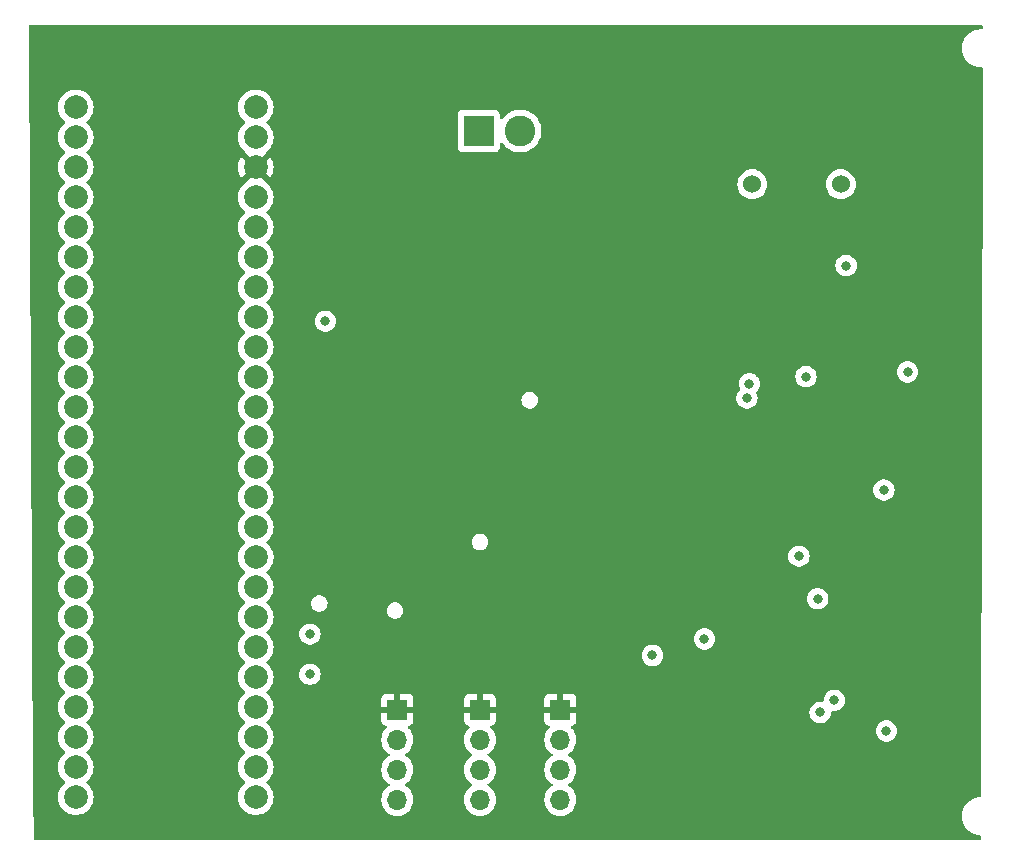
<source format=gbr>
%TF.GenerationSoftware,KiCad,Pcbnew,7.0.7*%
%TF.CreationDate,2024-01-17T19:34:37-05:00*%
%TF.ProjectId,Unified_Board,556e6966-6965-4645-9f42-6f6172642e6b,rev?*%
%TF.SameCoordinates,Original*%
%TF.FileFunction,Copper,L2,Inr*%
%TF.FilePolarity,Positive*%
%FSLAX46Y46*%
G04 Gerber Fmt 4.6, Leading zero omitted, Abs format (unit mm)*
G04 Created by KiCad (PCBNEW 7.0.7) date 2024-01-17 19:34:37*
%MOMM*%
%LPD*%
G01*
G04 APERTURE LIST*
%TA.AperFunction,ComponentPad*%
%ADD10R,1.700000X1.700000*%
%TD*%
%TA.AperFunction,ComponentPad*%
%ADD11O,1.700000X1.700000*%
%TD*%
%TA.AperFunction,ComponentPad*%
%ADD12R,2.600000X2.600000*%
%TD*%
%TA.AperFunction,ComponentPad*%
%ADD13C,2.600000*%
%TD*%
%TA.AperFunction,ComponentPad*%
%ADD14C,1.524000*%
%TD*%
%TA.AperFunction,ComponentPad*%
%ADD15C,2.000000*%
%TD*%
%TA.AperFunction,ViaPad*%
%ADD16C,0.800000*%
%TD*%
G04 APERTURE END LIST*
D10*
%TO.N,/3.3V*%
%TO.C,J3*%
X107600000Y-96000000D03*
D11*
%TO.N,/SCL*%
X107600000Y-98540000D03*
%TO.N,/SDA*%
X107600000Y-101080000D03*
%TO.N,GND*%
X107600000Y-103620000D03*
%TD*%
D12*
%TO.N,Net-(J1-Pin_1)*%
%TO.C,J1*%
X114500000Y-47000000D03*
D13*
%TO.N,Net-(D6-K)*%
X118000000Y-47000000D03*
%TD*%
D14*
%TO.N,Net-(BZ1--)*%
%TO.C,BZ1*%
X137650000Y-51500000D03*
%TO.N,GND*%
X145150000Y-51500000D03*
%TD*%
D10*
%TO.N,/3.3V*%
%TO.C,J2*%
X114600000Y-96000000D03*
D11*
%TO.N,/Breakout_RX2*%
X114600000Y-98540000D03*
%TO.N,/Breakout_TX2*%
X114600000Y-101080000D03*
%TO.N,GND*%
X114600000Y-103620000D03*
%TD*%
D10*
%TO.N,/3.3V*%
%TO.C,J4*%
X121400000Y-96000000D03*
D11*
%TO.N,/Breakout_RX1*%
X121400000Y-98540000D03*
%TO.N,/Breakout_TX1*%
X121400000Y-101080000D03*
%TO.N,GND*%
X121400000Y-103620000D03*
%TD*%
D15*
%TO.N,Net-(J1-Pin_1)*%
%TO.C,Teensy4.1*%
X95620000Y-44990000D03*
%TO.N,Net-(D6-K)*%
X95620000Y-47530000D03*
%TO.N,/3.3V*%
X95620000Y-50070000D03*
%TO.N,unconnected-(Teensy4.1-PWM-Pad44)*%
X95620000Y-52610000D03*
%TO.N,unconnected-(Teensy4.1-PWM-Pad43)*%
X95620000Y-55150000D03*
%TO.N,unconnected-(Teensy4.1-RX5-Pad42)*%
X95620000Y-57690000D03*
%TO.N,unconnected-(Teensy4.1-TX5-Pad41)*%
X95620000Y-60230000D03*
%TO.N,/SCL*%
X95620000Y-62770000D03*
%TO.N,/SDA*%
X95620000Y-65310000D03*
%TO.N,unconnected-(Teensy4.1-A3-Pad38)*%
X95620000Y-67850000D03*
%TO.N,unconnected-(Teensy4.1-A2-Pad37)*%
X95620000Y-70390000D03*
%TO.N,unconnected-(Teensy4.1-A1-Pad36)*%
X95620000Y-72930000D03*
%TO.N,unconnected-(Teensy4.1-A0-Pad35)*%
X95620000Y-75470000D03*
%TO.N,unconnected-(Teensy4.1-SCK-Pad34)*%
X95620000Y-78010000D03*
%TO.N,unconnected-(Teensy4.1-GND-Pad33)*%
X95620000Y-80550000D03*
%TO.N,unconnected-(Teensy4.1-A17-Pad32)*%
X95620000Y-83090000D03*
%TO.N,unconnected-(Teensy4.1-A16-Pad31)*%
X95620000Y-85630000D03*
%TO.N,unconnected-(Teensy4.1-MISO-Pad30)*%
X95620000Y-88170000D03*
%TO.N,unconnected-(Teensy4.1-CS1-Pad29)*%
X95620000Y-90710000D03*
%TO.N,/BMP_INT*%
X95620000Y-93250000D03*
%TO.N,/BMP_I2C_ADDR*%
X95620000Y-95790000D03*
%TO.N,unconnected-(Teensy4.1-TX8-Pad26)*%
X95620000Y-98330000D03*
%TO.N,unconnected-(Teensy4.1-RX8-Pad25)*%
X95620000Y-100870000D03*
%TO.N,Net-(R14-Pad1)*%
X95620000Y-103410000D03*
%TO.N,unconnected-(Teensy4.1-GPIO-Pad23)*%
X80380000Y-103410000D03*
%TO.N,unconnected-(Teensy4.1-GPIO-Pad22)*%
X80380000Y-100870000D03*
%TO.N,unconnected-(Teensy4.1-GPIO-Pad21)*%
X80380000Y-98330000D03*
%TO.N,unconnected-(Teensy4.1-TX7-Pad20)*%
X80380000Y-95790000D03*
%TO.N,unconnected-(Teensy4.1-RX7-Pad19)*%
X80380000Y-93250000D03*
%TO.N,unconnected-(Teensy4.1-SCK1-Pad18)*%
X80380000Y-90710000D03*
%TO.N,unconnected-(Teensy4.1-MOSI1-Pad17)*%
X80380000Y-88170000D03*
%TO.N,unconnected-(Teensy4.1-SDA2-Pad16)*%
X80380000Y-85630000D03*
%TO.N,unconnected-(Teensy4.1-SCL2-Pad15)*%
X80380000Y-83090000D03*
%TO.N,unconnected-(Teensy4.1-3.3V-Pad14)*%
X80380000Y-80550000D03*
%TO.N,unconnected-(Teensy4.1-MISO-Pad13)*%
X80380000Y-78010000D03*
%TO.N,unconnected-(Teensy4.1-MOSI-Pad12)*%
X80380000Y-75470000D03*
%TO.N,unconnected-(Teensy4.1-CS-Pad11)*%
X80380000Y-72930000D03*
%TO.N,unconnected-(Teensy4.1-PWM-Pad10)*%
X80380000Y-70390000D03*
%TO.N,/Breakout_TX2*%
X80380000Y-67850000D03*
%TO.N,/Breakout_RX2*%
X80380000Y-65310000D03*
%TO.N,unconnected-(Teensy4.1-PWM-Pad7)*%
X80380000Y-62770000D03*
%TO.N,unconnected-(Teensy4.1-PWM-Pad6)*%
X80380000Y-60230000D03*
%TO.N,unconnected-(Teensy4.1-PWM-Pad5)*%
X80380000Y-57690000D03*
%TO.N,unconnected-(Teensy4.1-PWM-Pad4)*%
X80380000Y-55150000D03*
%TO.N,unconnected-(Teensy4.1-PWM-Pad3)*%
X80380000Y-52610000D03*
%TO.N,/Breakout_TX1*%
X80380000Y-50070000D03*
%TO.N,/Breakout_RX1*%
X80380000Y-47530000D03*
%TO.N,GND*%
X80380000Y-44990000D03*
%TD*%
D16*
%TO.N,/3.3V*%
X146000000Y-78200000D03*
%TO.N,GND*%
X145600000Y-58400000D03*
X141600000Y-83000000D03*
%TO.N,Net-(BT2-+)*%
X149000000Y-97800000D03*
%TO.N,/BACKUP*%
X143200000Y-86600000D03*
X133600000Y-90000000D03*
%TO.N,/SCL*%
X137400000Y-68400000D03*
%TO.N,GND*%
X142200000Y-67800000D03*
X150800000Y-67400000D03*
%TO.N,/3.3V*%
X143800000Y-71600000D03*
%TO.N,/SDA*%
X137200000Y-69600000D03*
%TO.N,/3.3V*%
X155800000Y-66800000D03*
X151000000Y-69400000D03*
%TO.N,/SDA*%
X143400000Y-96230898D03*
%TO.N,/SCL*%
X144600000Y-95200000D03*
%TO.N,GND*%
X129200000Y-91400000D03*
%TO.N,Net-(R14-Pad1)*%
X101500000Y-63100000D03*
%TO.N,GND*%
X148800000Y-77400000D03*
%TO.N,/3.3V*%
X155200000Y-93200000D03*
%TO.N,/SCL*%
X100200000Y-89600000D03*
%TO.N,/SDA*%
X100200000Y-93000000D03*
%TO.N,/3.3V*%
X101800000Y-69600000D03*
X104600000Y-82800000D03*
X104600000Y-88400000D03*
%TD*%
%TA.AperFunction,Conductor*%
%TO.N,/3.3V*%
G36*
X157142680Y-38019685D02*
G01*
X157188435Y-38072489D01*
X157199639Y-38124357D01*
X157199465Y-38184442D01*
X157199198Y-38276445D01*
X157179319Y-38343427D01*
X157126382Y-38389029D01*
X157065489Y-38399704D01*
X157062893Y-38399500D01*
X157062882Y-38399500D01*
X156937118Y-38399500D01*
X156937116Y-38399500D01*
X156748849Y-38414317D01*
X156503889Y-38473126D01*
X156271140Y-38569533D01*
X156056346Y-38701160D01*
X156056343Y-38701161D01*
X155864776Y-38864776D01*
X155701161Y-39056343D01*
X155701160Y-39056346D01*
X155569533Y-39271140D01*
X155473126Y-39503889D01*
X155414317Y-39748848D01*
X155394551Y-40000000D01*
X155414317Y-40251151D01*
X155473126Y-40496110D01*
X155569533Y-40728859D01*
X155701160Y-40943653D01*
X155701161Y-40943656D01*
X155701164Y-40943659D01*
X155864776Y-41135224D01*
X156013066Y-41261875D01*
X156056343Y-41298838D01*
X156056346Y-41298839D01*
X156271140Y-41430466D01*
X156503889Y-41526873D01*
X156748852Y-41585683D01*
X156904950Y-41597968D01*
X156937116Y-41600500D01*
X157065204Y-41600500D01*
X157132243Y-41620185D01*
X157177998Y-41672989D01*
X157189203Y-41724859D01*
X157010784Y-103279436D01*
X156990906Y-103346419D01*
X156937969Y-103392020D01*
X156896515Y-103402695D01*
X156830329Y-103407904D01*
X156748852Y-103414317D01*
X156748847Y-103414318D01*
X156748848Y-103414318D01*
X156503889Y-103473126D01*
X156271140Y-103569533D01*
X156056346Y-103701160D01*
X156056343Y-103701161D01*
X155864776Y-103864776D01*
X155701161Y-104056343D01*
X155701160Y-104056346D01*
X155569533Y-104271140D01*
X155473126Y-104503889D01*
X155414317Y-104748848D01*
X155394551Y-105000000D01*
X155414317Y-105251151D01*
X155473126Y-105496110D01*
X155569533Y-105728859D01*
X155701160Y-105943653D01*
X155701161Y-105943656D01*
X155701164Y-105943659D01*
X155864776Y-106135224D01*
X156013066Y-106261875D01*
X156056343Y-106298838D01*
X156056346Y-106298839D01*
X156271140Y-106430466D01*
X156503889Y-106526872D01*
X156503889Y-106526873D01*
X156748852Y-106585683D01*
X156886541Y-106596519D01*
X156951829Y-106621403D01*
X156993299Y-106677634D01*
X157000810Y-106720497D01*
X157000358Y-106876360D01*
X156980480Y-106943342D01*
X156927543Y-106988943D01*
X156876359Y-107000000D01*
X76923283Y-107000000D01*
X76856244Y-106980315D01*
X76810489Y-106927511D01*
X76799285Y-106876719D01*
X76798379Y-106720497D01*
X76779188Y-103410005D01*
X78874357Y-103410005D01*
X78894890Y-103657812D01*
X78894892Y-103657824D01*
X78955936Y-103898881D01*
X79055826Y-104126606D01*
X79191833Y-104334782D01*
X79191836Y-104334785D01*
X79360256Y-104517738D01*
X79556491Y-104670474D01*
X79775190Y-104788828D01*
X80010386Y-104869571D01*
X80255665Y-104910500D01*
X80504335Y-104910500D01*
X80749614Y-104869571D01*
X80984810Y-104788828D01*
X81203509Y-104670474D01*
X81399744Y-104517738D01*
X81568164Y-104334785D01*
X81704173Y-104126607D01*
X81804063Y-103898881D01*
X81865108Y-103657821D01*
X81872424Y-103569533D01*
X81885643Y-103410005D01*
X94114357Y-103410005D01*
X94134890Y-103657812D01*
X94134892Y-103657824D01*
X94195936Y-103898881D01*
X94295826Y-104126606D01*
X94431833Y-104334782D01*
X94431836Y-104334785D01*
X94600256Y-104517738D01*
X94796491Y-104670474D01*
X95015190Y-104788828D01*
X95250386Y-104869571D01*
X95495665Y-104910500D01*
X95744335Y-104910500D01*
X95989614Y-104869571D01*
X96224810Y-104788828D01*
X96443509Y-104670474D01*
X96639744Y-104517738D01*
X96808164Y-104334785D01*
X96944173Y-104126607D01*
X97044063Y-103898881D01*
X97105108Y-103657821D01*
X97108242Y-103620000D01*
X106244341Y-103620000D01*
X106264936Y-103855403D01*
X106264938Y-103855413D01*
X106326094Y-104083655D01*
X106326096Y-104083659D01*
X106326097Y-104083663D01*
X106413519Y-104271140D01*
X106425965Y-104297830D01*
X106425967Y-104297834D01*
X106451841Y-104334785D01*
X106561505Y-104491401D01*
X106728599Y-104658495D01*
X106825384Y-104726264D01*
X106922165Y-104794032D01*
X106922167Y-104794033D01*
X106922170Y-104794035D01*
X107136337Y-104893903D01*
X107364592Y-104955063D01*
X107552918Y-104971539D01*
X107599999Y-104975659D01*
X107600000Y-104975659D01*
X107600001Y-104975659D01*
X107639234Y-104972226D01*
X107835408Y-104955063D01*
X108063663Y-104893903D01*
X108277830Y-104794035D01*
X108471401Y-104658495D01*
X108638495Y-104491401D01*
X108774035Y-104297830D01*
X108873903Y-104083663D01*
X108935063Y-103855408D01*
X108955659Y-103620000D01*
X113244341Y-103620000D01*
X113264936Y-103855403D01*
X113264938Y-103855413D01*
X113326094Y-104083655D01*
X113326096Y-104083659D01*
X113326097Y-104083663D01*
X113413519Y-104271140D01*
X113425965Y-104297830D01*
X113425967Y-104297834D01*
X113451841Y-104334785D01*
X113561505Y-104491401D01*
X113728599Y-104658495D01*
X113825384Y-104726264D01*
X113922165Y-104794032D01*
X113922167Y-104794033D01*
X113922170Y-104794035D01*
X114136337Y-104893903D01*
X114364592Y-104955063D01*
X114552918Y-104971539D01*
X114599999Y-104975659D01*
X114600000Y-104975659D01*
X114600001Y-104975659D01*
X114639234Y-104972226D01*
X114835408Y-104955063D01*
X115063663Y-104893903D01*
X115277830Y-104794035D01*
X115471401Y-104658495D01*
X115638495Y-104491401D01*
X115774035Y-104297830D01*
X115873903Y-104083663D01*
X115935063Y-103855408D01*
X115955659Y-103620000D01*
X120044341Y-103620000D01*
X120064936Y-103855403D01*
X120064938Y-103855413D01*
X120126094Y-104083655D01*
X120126096Y-104083659D01*
X120126097Y-104083663D01*
X120213519Y-104271140D01*
X120225965Y-104297830D01*
X120225967Y-104297834D01*
X120251841Y-104334785D01*
X120361505Y-104491401D01*
X120528599Y-104658495D01*
X120625384Y-104726264D01*
X120722165Y-104794032D01*
X120722167Y-104794033D01*
X120722170Y-104794035D01*
X120936337Y-104893903D01*
X121164592Y-104955063D01*
X121352918Y-104971539D01*
X121399999Y-104975659D01*
X121400000Y-104975659D01*
X121400001Y-104975659D01*
X121439234Y-104972226D01*
X121635408Y-104955063D01*
X121863663Y-104893903D01*
X122077830Y-104794035D01*
X122271401Y-104658495D01*
X122438495Y-104491401D01*
X122574035Y-104297830D01*
X122673903Y-104083663D01*
X122735063Y-103855408D01*
X122755659Y-103620000D01*
X122735063Y-103384592D01*
X122688626Y-103211285D01*
X122673905Y-103156344D01*
X122673904Y-103156343D01*
X122673903Y-103156337D01*
X122574035Y-102942171D01*
X122559295Y-102921119D01*
X122438494Y-102748597D01*
X122271402Y-102581506D01*
X122271396Y-102581501D01*
X122085842Y-102451575D01*
X122042217Y-102396998D01*
X122035023Y-102327500D01*
X122066546Y-102265145D01*
X122085842Y-102248425D01*
X122181930Y-102181143D01*
X122271401Y-102118495D01*
X122438495Y-101951401D01*
X122574035Y-101757830D01*
X122673903Y-101543663D01*
X122735063Y-101315408D01*
X122755659Y-101080000D01*
X122735063Y-100844592D01*
X122688626Y-100671285D01*
X122673905Y-100616344D01*
X122673904Y-100616343D01*
X122673903Y-100616337D01*
X122574035Y-100402171D01*
X122559295Y-100381119D01*
X122438494Y-100208597D01*
X122271402Y-100041506D01*
X122271401Y-100041505D01*
X122085842Y-99911575D01*
X122085841Y-99911574D01*
X122042216Y-99856997D01*
X122035024Y-99787498D01*
X122066546Y-99725144D01*
X122085836Y-99708428D01*
X122271401Y-99578495D01*
X122438495Y-99411401D01*
X122574035Y-99217830D01*
X122673903Y-99003663D01*
X122735063Y-98775408D01*
X122755659Y-98540000D01*
X122735063Y-98304592D01*
X122688626Y-98131285D01*
X122673905Y-98076344D01*
X122673904Y-98076343D01*
X122673903Y-98076337D01*
X122574035Y-97862171D01*
X122559294Y-97841119D01*
X122530502Y-97800000D01*
X148094540Y-97800000D01*
X148114326Y-97988256D01*
X148114327Y-97988259D01*
X148172818Y-98168277D01*
X148172821Y-98168284D01*
X148267467Y-98332216D01*
X148394128Y-98472888D01*
X148394129Y-98472888D01*
X148547265Y-98584148D01*
X148547270Y-98584151D01*
X148720192Y-98661142D01*
X148720197Y-98661144D01*
X148905354Y-98700500D01*
X148905355Y-98700500D01*
X149094644Y-98700500D01*
X149094646Y-98700500D01*
X149279803Y-98661144D01*
X149452730Y-98584151D01*
X149605871Y-98472888D01*
X149732533Y-98332216D01*
X149827179Y-98168284D01*
X149885674Y-97988256D01*
X149905460Y-97800000D01*
X149885674Y-97611744D01*
X149827179Y-97431716D01*
X149732533Y-97267784D01*
X149605871Y-97127112D01*
X149570128Y-97101143D01*
X149452734Y-97015851D01*
X149452729Y-97015848D01*
X149279807Y-96938857D01*
X149279802Y-96938855D01*
X149114810Y-96903786D01*
X149094646Y-96899500D01*
X148905354Y-96899500D01*
X148885190Y-96903786D01*
X148720197Y-96938855D01*
X148720192Y-96938857D01*
X148547270Y-97015848D01*
X148547265Y-97015851D01*
X148394129Y-97127111D01*
X148267466Y-97267785D01*
X148172821Y-97431715D01*
X148172818Y-97431722D01*
X148114327Y-97611740D01*
X148114326Y-97611744D01*
X148094540Y-97800000D01*
X122530502Y-97800000D01*
X122438496Y-97668600D01*
X122381636Y-97611740D01*
X122316179Y-97546283D01*
X122282696Y-97484963D01*
X122287680Y-97415271D01*
X122329551Y-97359337D01*
X122360529Y-97342422D01*
X122492086Y-97293354D01*
X122492093Y-97293350D01*
X122607187Y-97207190D01*
X122607190Y-97207187D01*
X122693350Y-97092093D01*
X122693354Y-97092086D01*
X122743596Y-96957379D01*
X122743598Y-96957372D01*
X122749999Y-96897844D01*
X122750000Y-96897827D01*
X122750000Y-96250000D01*
X122013347Y-96250000D01*
X121948293Y-96230898D01*
X142494540Y-96230898D01*
X142514326Y-96419154D01*
X142514327Y-96419157D01*
X142572818Y-96599175D01*
X142572821Y-96599182D01*
X142667467Y-96763114D01*
X142788779Y-96897844D01*
X142794129Y-96903786D01*
X142947265Y-97015046D01*
X142947270Y-97015049D01*
X143120192Y-97092040D01*
X143120197Y-97092042D01*
X143305354Y-97131398D01*
X143305355Y-97131398D01*
X143494644Y-97131398D01*
X143494646Y-97131398D01*
X143679803Y-97092042D01*
X143852730Y-97015049D01*
X144005871Y-96903786D01*
X144132533Y-96763114D01*
X144227179Y-96599182D01*
X144285674Y-96419154D01*
X144305460Y-96230898D01*
X144304713Y-96223799D01*
X144317281Y-96155069D01*
X144365012Y-96104044D01*
X144432752Y-96086925D01*
X144453813Y-96089544D01*
X144505354Y-96100500D01*
X144505355Y-96100500D01*
X144694644Y-96100500D01*
X144694646Y-96100500D01*
X144879803Y-96061144D01*
X145052730Y-95984151D01*
X145205871Y-95872888D01*
X145332533Y-95732216D01*
X145427179Y-95568284D01*
X145485674Y-95388256D01*
X145505460Y-95200000D01*
X145485674Y-95011744D01*
X145427179Y-94831716D01*
X145332533Y-94667784D01*
X145205871Y-94527112D01*
X145205870Y-94527111D01*
X145052734Y-94415851D01*
X145052729Y-94415848D01*
X144879807Y-94338857D01*
X144879802Y-94338855D01*
X144734000Y-94307865D01*
X144694646Y-94299500D01*
X144505354Y-94299500D01*
X144472897Y-94306398D01*
X144320197Y-94338855D01*
X144320192Y-94338857D01*
X144147270Y-94415848D01*
X144147265Y-94415851D01*
X143994129Y-94527111D01*
X143867466Y-94667785D01*
X143772821Y-94831715D01*
X143772818Y-94831722D01*
X143714327Y-95011740D01*
X143714326Y-95011744D01*
X143707847Y-95073393D01*
X143694540Y-95200002D01*
X143694540Y-95200005D01*
X143695286Y-95207106D01*
X143682714Y-95275835D01*
X143634980Y-95326857D01*
X143567239Y-95343972D01*
X143546186Y-95341353D01*
X143540965Y-95340243D01*
X143494646Y-95330398D01*
X143305354Y-95330398D01*
X143272897Y-95337296D01*
X143120197Y-95369753D01*
X143120192Y-95369755D01*
X142947270Y-95446746D01*
X142947265Y-95446749D01*
X142794129Y-95558009D01*
X142667466Y-95698683D01*
X142572821Y-95862613D01*
X142572818Y-95862620D01*
X142515895Y-96037812D01*
X142514326Y-96042642D01*
X142494540Y-96230898D01*
X121948293Y-96230898D01*
X121946308Y-96230315D01*
X121900553Y-96177511D01*
X121890609Y-96108353D01*
X121894369Y-96091067D01*
X121900000Y-96071888D01*
X121900000Y-95928111D01*
X121894369Y-95908933D01*
X121894370Y-95839064D01*
X121932145Y-95780286D01*
X121995701Y-95751262D01*
X122013347Y-95750000D01*
X122750000Y-95750000D01*
X122750000Y-95102172D01*
X122749999Y-95102155D01*
X122743598Y-95042627D01*
X122743596Y-95042620D01*
X122693354Y-94907913D01*
X122693350Y-94907906D01*
X122607190Y-94792812D01*
X122607187Y-94792809D01*
X122492093Y-94706649D01*
X122492086Y-94706645D01*
X122357379Y-94656403D01*
X122357372Y-94656401D01*
X122297844Y-94650000D01*
X121650000Y-94650000D01*
X121649999Y-95387698D01*
X121630314Y-95454738D01*
X121577510Y-95500492D01*
X121508353Y-95510436D01*
X121435764Y-95500000D01*
X121435763Y-95500000D01*
X121364237Y-95500000D01*
X121364233Y-95500000D01*
X121291645Y-95510436D01*
X121222487Y-95500492D01*
X121169684Y-95454736D01*
X121150000Y-95387698D01*
X121150000Y-94650000D01*
X120502155Y-94650000D01*
X120442627Y-94656401D01*
X120442620Y-94656403D01*
X120307913Y-94706645D01*
X120307906Y-94706649D01*
X120192812Y-94792809D01*
X120192809Y-94792812D01*
X120106649Y-94907906D01*
X120106645Y-94907913D01*
X120056403Y-95042620D01*
X120056401Y-95042627D01*
X120050000Y-95102155D01*
X120050000Y-95750000D01*
X120786653Y-95750000D01*
X120853692Y-95769685D01*
X120899447Y-95822489D01*
X120909391Y-95891647D01*
X120905631Y-95908933D01*
X120900000Y-95928111D01*
X120900000Y-96071888D01*
X120905631Y-96091067D01*
X120905630Y-96160936D01*
X120867855Y-96219714D01*
X120804299Y-96248738D01*
X120786653Y-96250000D01*
X120050000Y-96250000D01*
X120050000Y-96897844D01*
X120056401Y-96957372D01*
X120056403Y-96957379D01*
X120106645Y-97092086D01*
X120106649Y-97092093D01*
X120192809Y-97207187D01*
X120192812Y-97207190D01*
X120307906Y-97293350D01*
X120307913Y-97293354D01*
X120439470Y-97342421D01*
X120495403Y-97384292D01*
X120519821Y-97449756D01*
X120504970Y-97518029D01*
X120483819Y-97546284D01*
X120361503Y-97668600D01*
X120225965Y-97862169D01*
X120225964Y-97862171D01*
X120126098Y-98076335D01*
X120126094Y-98076344D01*
X120064938Y-98304586D01*
X120064936Y-98304596D01*
X120044341Y-98539999D01*
X120044341Y-98540000D01*
X120064936Y-98775403D01*
X120064938Y-98775413D01*
X120126094Y-99003655D01*
X120126096Y-99003659D01*
X120126097Y-99003663D01*
X120225964Y-99217829D01*
X120225965Y-99217830D01*
X120225967Y-99217834D01*
X120361501Y-99411395D01*
X120361506Y-99411402D01*
X120528597Y-99578493D01*
X120528603Y-99578498D01*
X120714158Y-99708425D01*
X120757783Y-99763002D01*
X120764977Y-99832500D01*
X120733454Y-99894855D01*
X120714158Y-99911575D01*
X120528597Y-100041505D01*
X120361505Y-100208597D01*
X120225965Y-100402169D01*
X120225964Y-100402171D01*
X120126098Y-100616335D01*
X120126094Y-100616344D01*
X120064938Y-100844586D01*
X120064936Y-100844596D01*
X120044341Y-101079999D01*
X120044341Y-101080000D01*
X120064936Y-101315403D01*
X120064938Y-101315413D01*
X120126094Y-101543655D01*
X120126096Y-101543659D01*
X120126097Y-101543663D01*
X120225965Y-101757830D01*
X120225967Y-101757834D01*
X120361501Y-101951395D01*
X120361506Y-101951402D01*
X120528597Y-102118493D01*
X120528603Y-102118498D01*
X120714158Y-102248425D01*
X120757783Y-102303002D01*
X120764977Y-102372500D01*
X120733454Y-102434855D01*
X120714158Y-102451575D01*
X120528597Y-102581505D01*
X120361505Y-102748597D01*
X120225965Y-102942169D01*
X120225964Y-102942171D01*
X120126098Y-103156335D01*
X120126094Y-103156344D01*
X120064938Y-103384586D01*
X120064936Y-103384596D01*
X120044341Y-103619999D01*
X120044341Y-103620000D01*
X115955659Y-103620000D01*
X115935063Y-103384592D01*
X115888626Y-103211285D01*
X115873905Y-103156344D01*
X115873904Y-103156343D01*
X115873903Y-103156337D01*
X115774035Y-102942171D01*
X115759295Y-102921119D01*
X115638494Y-102748597D01*
X115471402Y-102581506D01*
X115471401Y-102581505D01*
X115285842Y-102451575D01*
X115285841Y-102451574D01*
X115242216Y-102396997D01*
X115235024Y-102327498D01*
X115266546Y-102265144D01*
X115285836Y-102248428D01*
X115471401Y-102118495D01*
X115638495Y-101951401D01*
X115774035Y-101757830D01*
X115873903Y-101543663D01*
X115935063Y-101315408D01*
X115955659Y-101080000D01*
X115935063Y-100844592D01*
X115888626Y-100671285D01*
X115873905Y-100616344D01*
X115873904Y-100616343D01*
X115873903Y-100616337D01*
X115774035Y-100402171D01*
X115759295Y-100381119D01*
X115638494Y-100208597D01*
X115471402Y-100041506D01*
X115471396Y-100041501D01*
X115285842Y-99911575D01*
X115242217Y-99856998D01*
X115235023Y-99787500D01*
X115266546Y-99725145D01*
X115285842Y-99708425D01*
X115381933Y-99641141D01*
X115471401Y-99578495D01*
X115638495Y-99411401D01*
X115774035Y-99217830D01*
X115873903Y-99003663D01*
X115935063Y-98775408D01*
X115955659Y-98540000D01*
X115935063Y-98304592D01*
X115888626Y-98131285D01*
X115873905Y-98076344D01*
X115873904Y-98076343D01*
X115873903Y-98076337D01*
X115774035Y-97862171D01*
X115759294Y-97841119D01*
X115638496Y-97668600D01*
X115581636Y-97611740D01*
X115516179Y-97546283D01*
X115482696Y-97484963D01*
X115487680Y-97415271D01*
X115529551Y-97359337D01*
X115560529Y-97342422D01*
X115692086Y-97293354D01*
X115692093Y-97293350D01*
X115807187Y-97207190D01*
X115807190Y-97207187D01*
X115893350Y-97092093D01*
X115893354Y-97092086D01*
X115943596Y-96957379D01*
X115943598Y-96957372D01*
X115949999Y-96897844D01*
X115950000Y-96897827D01*
X115950000Y-96250000D01*
X115213347Y-96250000D01*
X115146308Y-96230315D01*
X115100553Y-96177511D01*
X115090609Y-96108353D01*
X115094369Y-96091067D01*
X115100000Y-96071888D01*
X115100000Y-95928111D01*
X115094369Y-95908933D01*
X115094370Y-95839064D01*
X115132145Y-95780286D01*
X115195701Y-95751262D01*
X115213347Y-95750000D01*
X115950000Y-95750000D01*
X115950000Y-95102172D01*
X115949999Y-95102155D01*
X115943598Y-95042627D01*
X115943596Y-95042620D01*
X115893354Y-94907913D01*
X115893350Y-94907906D01*
X115807190Y-94792812D01*
X115807187Y-94792809D01*
X115692093Y-94706649D01*
X115692086Y-94706645D01*
X115557379Y-94656403D01*
X115557372Y-94656401D01*
X115497844Y-94650000D01*
X114850000Y-94650000D01*
X114850000Y-95387698D01*
X114830315Y-95454737D01*
X114777511Y-95500492D01*
X114708355Y-95510436D01*
X114635766Y-95500000D01*
X114635763Y-95500000D01*
X114564237Y-95500000D01*
X114564233Y-95500000D01*
X114491645Y-95510436D01*
X114422487Y-95500492D01*
X114369684Y-95454736D01*
X114350000Y-95387698D01*
X114350000Y-94650000D01*
X113702155Y-94650000D01*
X113642627Y-94656401D01*
X113642620Y-94656403D01*
X113507913Y-94706645D01*
X113507906Y-94706649D01*
X113392812Y-94792809D01*
X113392809Y-94792812D01*
X113306649Y-94907906D01*
X113306645Y-94907913D01*
X113256403Y-95042620D01*
X113256401Y-95042627D01*
X113250000Y-95102155D01*
X113250000Y-95750000D01*
X113986653Y-95750000D01*
X114053692Y-95769685D01*
X114099447Y-95822489D01*
X114109391Y-95891647D01*
X114105631Y-95908933D01*
X114100000Y-95928111D01*
X114100000Y-96071888D01*
X114105631Y-96091067D01*
X114105630Y-96160936D01*
X114067855Y-96219714D01*
X114004299Y-96248738D01*
X113986653Y-96250000D01*
X113250000Y-96250000D01*
X113250000Y-96897844D01*
X113256401Y-96957372D01*
X113256403Y-96957379D01*
X113306645Y-97092086D01*
X113306649Y-97092093D01*
X113392809Y-97207187D01*
X113392812Y-97207190D01*
X113507906Y-97293350D01*
X113507913Y-97293354D01*
X113639470Y-97342421D01*
X113695403Y-97384292D01*
X113719821Y-97449756D01*
X113704970Y-97518029D01*
X113683819Y-97546284D01*
X113561503Y-97668600D01*
X113425965Y-97862169D01*
X113425964Y-97862171D01*
X113326098Y-98076335D01*
X113326094Y-98076344D01*
X113264938Y-98304586D01*
X113264936Y-98304596D01*
X113244341Y-98539999D01*
X113244341Y-98540000D01*
X113264936Y-98775403D01*
X113264938Y-98775413D01*
X113326094Y-99003655D01*
X113326096Y-99003659D01*
X113326097Y-99003663D01*
X113425965Y-99217829D01*
X113425965Y-99217830D01*
X113425967Y-99217834D01*
X113561501Y-99411395D01*
X113561506Y-99411402D01*
X113728597Y-99578493D01*
X113728603Y-99578498D01*
X113914158Y-99708425D01*
X113957783Y-99763002D01*
X113964977Y-99832500D01*
X113933454Y-99894855D01*
X113914158Y-99911575D01*
X113728597Y-100041505D01*
X113561505Y-100208597D01*
X113425965Y-100402169D01*
X113425964Y-100402171D01*
X113326098Y-100616335D01*
X113326094Y-100616344D01*
X113264938Y-100844586D01*
X113264936Y-100844596D01*
X113244341Y-101079999D01*
X113244341Y-101080000D01*
X113264936Y-101315403D01*
X113264938Y-101315413D01*
X113326094Y-101543655D01*
X113326096Y-101543659D01*
X113326097Y-101543663D01*
X113425965Y-101757829D01*
X113425965Y-101757830D01*
X113425967Y-101757834D01*
X113561501Y-101951395D01*
X113561506Y-101951402D01*
X113728597Y-102118493D01*
X113728603Y-102118498D01*
X113914158Y-102248425D01*
X113957783Y-102303002D01*
X113964977Y-102372500D01*
X113933454Y-102434855D01*
X113914158Y-102451575D01*
X113728597Y-102581505D01*
X113561505Y-102748597D01*
X113425965Y-102942169D01*
X113425964Y-102942171D01*
X113326098Y-103156335D01*
X113326094Y-103156344D01*
X113264938Y-103384586D01*
X113264936Y-103384596D01*
X113244341Y-103619999D01*
X113244341Y-103620000D01*
X108955659Y-103620000D01*
X108935063Y-103384592D01*
X108888626Y-103211285D01*
X108873905Y-103156344D01*
X108873904Y-103156343D01*
X108873903Y-103156337D01*
X108774035Y-102942171D01*
X108759295Y-102921119D01*
X108638494Y-102748597D01*
X108471402Y-102581506D01*
X108471401Y-102581505D01*
X108285842Y-102451575D01*
X108285841Y-102451574D01*
X108242216Y-102396997D01*
X108235024Y-102327498D01*
X108266546Y-102265144D01*
X108285836Y-102248428D01*
X108471401Y-102118495D01*
X108638495Y-101951401D01*
X108774035Y-101757830D01*
X108873903Y-101543663D01*
X108935063Y-101315408D01*
X108955659Y-101080000D01*
X108935063Y-100844592D01*
X108888626Y-100671285D01*
X108873905Y-100616344D01*
X108873904Y-100616343D01*
X108873903Y-100616337D01*
X108774035Y-100402171D01*
X108759295Y-100381119D01*
X108638494Y-100208597D01*
X108471402Y-100041506D01*
X108471396Y-100041501D01*
X108285842Y-99911575D01*
X108242217Y-99856998D01*
X108235023Y-99787500D01*
X108266546Y-99725145D01*
X108285842Y-99708425D01*
X108381933Y-99641141D01*
X108471401Y-99578495D01*
X108638495Y-99411401D01*
X108774035Y-99217830D01*
X108873903Y-99003663D01*
X108935063Y-98775408D01*
X108955659Y-98540000D01*
X108935063Y-98304592D01*
X108888626Y-98131285D01*
X108873905Y-98076344D01*
X108873904Y-98076343D01*
X108873903Y-98076337D01*
X108774035Y-97862171D01*
X108759294Y-97841119D01*
X108638496Y-97668600D01*
X108581636Y-97611740D01*
X108516179Y-97546283D01*
X108482696Y-97484963D01*
X108487680Y-97415271D01*
X108529551Y-97359337D01*
X108560529Y-97342422D01*
X108692086Y-97293354D01*
X108692093Y-97293350D01*
X108807187Y-97207190D01*
X108807190Y-97207187D01*
X108893350Y-97092093D01*
X108893354Y-97092086D01*
X108943596Y-96957379D01*
X108943598Y-96957372D01*
X108949999Y-96897844D01*
X108950000Y-96897827D01*
X108950000Y-96250000D01*
X108213347Y-96250000D01*
X108146308Y-96230315D01*
X108100553Y-96177511D01*
X108090609Y-96108353D01*
X108094369Y-96091067D01*
X108100000Y-96071888D01*
X108100000Y-95928111D01*
X108094369Y-95908933D01*
X108094370Y-95839064D01*
X108132145Y-95780286D01*
X108195701Y-95751262D01*
X108213347Y-95750000D01*
X108949999Y-95750000D01*
X108950000Y-95102172D01*
X108949999Y-95102155D01*
X108943598Y-95042627D01*
X108943596Y-95042620D01*
X108893354Y-94907913D01*
X108893350Y-94907906D01*
X108807190Y-94792812D01*
X108807187Y-94792809D01*
X108692093Y-94706649D01*
X108692086Y-94706645D01*
X108557379Y-94656403D01*
X108557372Y-94656401D01*
X108497844Y-94650000D01*
X107850000Y-94650000D01*
X107850000Y-95387698D01*
X107830315Y-95454737D01*
X107777511Y-95500492D01*
X107708355Y-95510436D01*
X107635766Y-95500000D01*
X107635763Y-95500000D01*
X107564237Y-95500000D01*
X107564233Y-95500000D01*
X107491645Y-95510436D01*
X107422487Y-95500492D01*
X107369684Y-95454736D01*
X107350000Y-95387698D01*
X107350000Y-94650000D01*
X106702155Y-94650000D01*
X106642627Y-94656401D01*
X106642620Y-94656403D01*
X106507913Y-94706645D01*
X106507906Y-94706649D01*
X106392812Y-94792809D01*
X106392809Y-94792812D01*
X106306649Y-94907906D01*
X106306645Y-94907913D01*
X106256403Y-95042620D01*
X106256401Y-95042627D01*
X106250000Y-95102155D01*
X106250000Y-95750000D01*
X106986653Y-95750000D01*
X107053692Y-95769685D01*
X107099447Y-95822489D01*
X107109391Y-95891647D01*
X107105631Y-95908933D01*
X107100000Y-95928111D01*
X107100000Y-96071888D01*
X107105631Y-96091067D01*
X107105630Y-96160936D01*
X107067855Y-96219714D01*
X107004299Y-96248738D01*
X106986653Y-96250000D01*
X106250000Y-96250000D01*
X106250000Y-96897844D01*
X106256401Y-96957372D01*
X106256403Y-96957379D01*
X106306645Y-97092086D01*
X106306649Y-97092093D01*
X106392809Y-97207187D01*
X106392812Y-97207190D01*
X106507906Y-97293350D01*
X106507913Y-97293354D01*
X106639470Y-97342421D01*
X106695403Y-97384292D01*
X106719821Y-97449756D01*
X106704970Y-97518029D01*
X106683819Y-97546284D01*
X106561503Y-97668600D01*
X106425965Y-97862169D01*
X106425964Y-97862171D01*
X106326098Y-98076335D01*
X106326094Y-98076344D01*
X106264938Y-98304586D01*
X106264936Y-98304596D01*
X106244341Y-98539999D01*
X106244341Y-98540000D01*
X106264936Y-98775403D01*
X106264938Y-98775413D01*
X106326094Y-99003655D01*
X106326096Y-99003659D01*
X106326097Y-99003663D01*
X106425964Y-99217830D01*
X106425965Y-99217830D01*
X106425967Y-99217834D01*
X106561501Y-99411395D01*
X106561506Y-99411402D01*
X106728597Y-99578493D01*
X106728603Y-99578498D01*
X106914158Y-99708425D01*
X106957783Y-99763002D01*
X106964977Y-99832500D01*
X106933454Y-99894855D01*
X106914158Y-99911575D01*
X106728597Y-100041505D01*
X106561505Y-100208597D01*
X106425965Y-100402169D01*
X106425964Y-100402171D01*
X106326098Y-100616335D01*
X106326094Y-100616344D01*
X106264938Y-100844586D01*
X106264936Y-100844596D01*
X106244341Y-101079999D01*
X106244341Y-101080000D01*
X106264936Y-101315403D01*
X106264938Y-101315413D01*
X106326094Y-101543655D01*
X106326096Y-101543659D01*
X106326097Y-101543663D01*
X106425965Y-101757829D01*
X106425965Y-101757830D01*
X106425967Y-101757834D01*
X106561501Y-101951395D01*
X106561506Y-101951402D01*
X106728597Y-102118493D01*
X106728603Y-102118498D01*
X106914158Y-102248425D01*
X106957783Y-102303002D01*
X106964977Y-102372500D01*
X106933454Y-102434855D01*
X106914158Y-102451575D01*
X106728597Y-102581505D01*
X106561505Y-102748597D01*
X106425965Y-102942169D01*
X106425964Y-102942171D01*
X106326098Y-103156335D01*
X106326094Y-103156344D01*
X106264938Y-103384586D01*
X106264936Y-103384596D01*
X106244341Y-103619999D01*
X106244341Y-103620000D01*
X97108242Y-103620000D01*
X97112424Y-103569533D01*
X97125643Y-103410005D01*
X97125643Y-103409994D01*
X97105109Y-103162187D01*
X97105107Y-103162175D01*
X97044063Y-102921118D01*
X96944173Y-102693393D01*
X96808166Y-102485217D01*
X96761804Y-102434855D01*
X96639744Y-102302262D01*
X96556991Y-102237852D01*
X96516179Y-102181143D01*
X96512504Y-102111370D01*
X96547136Y-102050687D01*
X96556985Y-102042151D01*
X96639744Y-101977738D01*
X96808164Y-101794785D01*
X96944173Y-101586607D01*
X97044063Y-101358881D01*
X97105108Y-101117821D01*
X97125643Y-100870000D01*
X97123537Y-100844586D01*
X97105109Y-100622187D01*
X97105107Y-100622175D01*
X97044063Y-100381118D01*
X96944173Y-100153393D01*
X96808166Y-99945217D01*
X96761804Y-99894855D01*
X96639744Y-99762262D01*
X96556991Y-99697852D01*
X96516179Y-99641143D01*
X96512504Y-99571370D01*
X96547136Y-99510687D01*
X96556985Y-99502151D01*
X96639744Y-99437738D01*
X96808164Y-99254785D01*
X96944173Y-99046607D01*
X97044063Y-98818881D01*
X97105108Y-98577821D01*
X97113803Y-98472888D01*
X97125643Y-98330005D01*
X97125643Y-98329994D01*
X97105109Y-98082187D01*
X97105107Y-98082175D01*
X97044063Y-97841118D01*
X96944173Y-97613393D01*
X96808166Y-97405217D01*
X96750358Y-97342421D01*
X96639744Y-97222262D01*
X96556991Y-97157852D01*
X96516179Y-97101143D01*
X96512504Y-97031370D01*
X96547136Y-96970687D01*
X96556985Y-96962151D01*
X96639744Y-96897738D01*
X96808164Y-96714785D01*
X96944173Y-96506607D01*
X97044063Y-96278881D01*
X97105108Y-96037821D01*
X97105109Y-96037812D01*
X97125643Y-95790005D01*
X97125643Y-95789994D01*
X97105109Y-95542187D01*
X97105107Y-95542175D01*
X97044063Y-95301118D01*
X96944173Y-95073393D01*
X96808166Y-94865217D01*
X96786557Y-94841744D01*
X96639744Y-94682262D01*
X96556991Y-94617852D01*
X96516179Y-94561143D01*
X96512504Y-94491370D01*
X96547136Y-94430687D01*
X96556985Y-94422151D01*
X96639744Y-94357738D01*
X96808164Y-94174785D01*
X96944173Y-93966607D01*
X97044063Y-93738881D01*
X97105108Y-93497821D01*
X97115842Y-93368284D01*
X97125643Y-93250005D01*
X97125643Y-93249994D01*
X97105109Y-93002187D01*
X97105107Y-93002175D01*
X97104556Y-93000000D01*
X99294540Y-93000000D01*
X99314326Y-93188256D01*
X99314327Y-93188259D01*
X99372818Y-93368277D01*
X99372821Y-93368284D01*
X99467467Y-93532216D01*
X99594129Y-93672887D01*
X99594129Y-93672888D01*
X99747265Y-93784148D01*
X99747270Y-93784151D01*
X99920192Y-93861142D01*
X99920197Y-93861144D01*
X100105354Y-93900500D01*
X100105355Y-93900500D01*
X100294644Y-93900500D01*
X100294646Y-93900500D01*
X100479803Y-93861144D01*
X100652730Y-93784151D01*
X100805871Y-93672888D01*
X100932533Y-93532216D01*
X101027179Y-93368284D01*
X101085674Y-93188256D01*
X101105460Y-93000000D01*
X101085674Y-92811744D01*
X101027179Y-92631716D01*
X100932533Y-92467784D01*
X100805871Y-92327112D01*
X100769243Y-92300500D01*
X100652734Y-92215851D01*
X100652729Y-92215848D01*
X100479807Y-92138857D01*
X100479802Y-92138855D01*
X100334001Y-92107865D01*
X100294646Y-92099500D01*
X100105354Y-92099500D01*
X100072897Y-92106398D01*
X99920197Y-92138855D01*
X99920192Y-92138857D01*
X99747270Y-92215848D01*
X99747265Y-92215851D01*
X99594129Y-92327111D01*
X99467466Y-92467785D01*
X99372821Y-92631715D01*
X99372818Y-92631722D01*
X99330775Y-92761118D01*
X99314326Y-92811744D01*
X99294540Y-93000000D01*
X97104556Y-93000000D01*
X97044063Y-92761118D01*
X96944173Y-92533393D01*
X96808166Y-92325217D01*
X96785412Y-92300500D01*
X96639744Y-92142262D01*
X96556991Y-92077852D01*
X96516179Y-92021143D01*
X96512504Y-91951370D01*
X96547136Y-91890687D01*
X96556985Y-91882151D01*
X96639744Y-91817738D01*
X96808164Y-91634785D01*
X96944173Y-91426607D01*
X96955844Y-91400000D01*
X128294540Y-91400000D01*
X128314326Y-91588256D01*
X128314327Y-91588259D01*
X128372818Y-91768277D01*
X128372821Y-91768284D01*
X128467467Y-91932216D01*
X128590908Y-92069311D01*
X128594129Y-92072888D01*
X128747265Y-92184148D01*
X128747270Y-92184151D01*
X128920192Y-92261142D01*
X128920197Y-92261144D01*
X129105354Y-92300500D01*
X129105355Y-92300500D01*
X129294644Y-92300500D01*
X129294646Y-92300500D01*
X129479803Y-92261144D01*
X129652730Y-92184151D01*
X129805871Y-92072888D01*
X129932533Y-91932216D01*
X130027179Y-91768284D01*
X130085674Y-91588256D01*
X130105460Y-91400000D01*
X130085674Y-91211744D01*
X130027179Y-91031716D01*
X129932533Y-90867784D01*
X129805871Y-90727112D01*
X129805870Y-90727111D01*
X129652734Y-90615851D01*
X129652729Y-90615848D01*
X129479807Y-90538857D01*
X129479802Y-90538855D01*
X129334000Y-90507865D01*
X129294646Y-90499500D01*
X129105354Y-90499500D01*
X129072897Y-90506398D01*
X128920197Y-90538855D01*
X128920192Y-90538857D01*
X128747270Y-90615848D01*
X128747265Y-90615851D01*
X128594129Y-90727111D01*
X128467466Y-90867785D01*
X128372821Y-91031715D01*
X128372818Y-91031722D01*
X128318505Y-91198881D01*
X128314326Y-91211744D01*
X128294540Y-91400000D01*
X96955844Y-91400000D01*
X97044063Y-91198881D01*
X97105108Y-90957821D01*
X97124225Y-90727112D01*
X97125643Y-90710005D01*
X97125643Y-90709994D01*
X97105109Y-90462187D01*
X97105107Y-90462175D01*
X97044063Y-90221118D01*
X96944173Y-89993393D01*
X96808166Y-89785217D01*
X96786557Y-89761744D01*
X96639744Y-89602262D01*
X96636838Y-89600000D01*
X99294540Y-89600000D01*
X99314326Y-89788256D01*
X99314327Y-89788259D01*
X99372818Y-89968277D01*
X99372821Y-89968284D01*
X99467467Y-90132216D01*
X99547515Y-90221118D01*
X99594129Y-90272888D01*
X99747265Y-90384148D01*
X99747270Y-90384151D01*
X99920192Y-90461142D01*
X99920197Y-90461144D01*
X100105354Y-90500500D01*
X100105355Y-90500500D01*
X100294644Y-90500500D01*
X100294646Y-90500500D01*
X100479803Y-90461144D01*
X100652730Y-90384151D01*
X100805871Y-90272888D01*
X100932533Y-90132216D01*
X101008868Y-90000000D01*
X132694540Y-90000000D01*
X132714326Y-90188256D01*
X132714327Y-90188259D01*
X132772818Y-90368277D01*
X132772821Y-90368284D01*
X132867467Y-90532216D01*
X132873446Y-90538856D01*
X132994129Y-90672888D01*
X133147265Y-90784148D01*
X133147270Y-90784151D01*
X133320192Y-90861142D01*
X133320197Y-90861144D01*
X133505354Y-90900500D01*
X133505355Y-90900500D01*
X133694644Y-90900500D01*
X133694646Y-90900500D01*
X133879803Y-90861144D01*
X134052730Y-90784151D01*
X134205871Y-90672888D01*
X134332533Y-90532216D01*
X134427179Y-90368284D01*
X134485674Y-90188256D01*
X134505460Y-90000000D01*
X134485674Y-89811744D01*
X134427179Y-89631716D01*
X134332533Y-89467784D01*
X134205871Y-89327112D01*
X134205870Y-89327111D01*
X134052734Y-89215851D01*
X134052729Y-89215848D01*
X133879807Y-89138857D01*
X133879802Y-89138855D01*
X133734000Y-89107865D01*
X133694646Y-89099500D01*
X133505354Y-89099500D01*
X133472897Y-89106398D01*
X133320197Y-89138855D01*
X133320192Y-89138857D01*
X133147270Y-89215848D01*
X133147265Y-89215851D01*
X132994129Y-89327111D01*
X132867466Y-89467785D01*
X132772821Y-89631715D01*
X132772818Y-89631722D01*
X132714327Y-89811740D01*
X132714326Y-89811744D01*
X132694540Y-90000000D01*
X101008868Y-90000000D01*
X101027179Y-89968284D01*
X101085674Y-89788256D01*
X101105460Y-89600000D01*
X101085674Y-89411744D01*
X101027179Y-89231716D01*
X100932533Y-89067784D01*
X100805871Y-88927112D01*
X100805870Y-88927111D01*
X100652734Y-88815851D01*
X100652729Y-88815848D01*
X100479807Y-88738857D01*
X100479802Y-88738855D01*
X100334000Y-88707865D01*
X100294646Y-88699500D01*
X100105354Y-88699500D01*
X100072897Y-88706398D01*
X99920197Y-88738855D01*
X99920192Y-88738857D01*
X99747270Y-88815848D01*
X99747265Y-88815851D01*
X99594129Y-88927111D01*
X99467466Y-89067785D01*
X99372821Y-89231715D01*
X99372818Y-89231722D01*
X99314327Y-89411740D01*
X99314326Y-89411744D01*
X99294540Y-89600000D01*
X96636838Y-89600000D01*
X96556991Y-89537852D01*
X96516179Y-89481143D01*
X96512504Y-89411370D01*
X96547136Y-89350687D01*
X96556985Y-89342151D01*
X96639744Y-89277738D01*
X96808164Y-89094785D01*
X96944173Y-88886607D01*
X97044063Y-88658881D01*
X97105108Y-88417821D01*
X97105109Y-88417812D01*
X97125643Y-88170005D01*
X97125643Y-88169994D01*
X97105109Y-87922187D01*
X97105107Y-87922175D01*
X97044063Y-87681118D01*
X96944173Y-87453393D01*
X96808166Y-87245217D01*
X96737885Y-87168872D01*
X96639744Y-87062262D01*
X96559749Y-86999999D01*
X100294355Y-86999999D01*
X100314859Y-87168869D01*
X100314860Y-87168874D01*
X100375182Y-87327931D01*
X100413989Y-87384151D01*
X100471817Y-87467929D01*
X100577505Y-87561560D01*
X100599150Y-87580736D01*
X100749773Y-87659789D01*
X100749775Y-87659790D01*
X100914944Y-87700500D01*
X101085056Y-87700500D01*
X101250225Y-87659790D01*
X101364144Y-87600000D01*
X106694355Y-87600000D01*
X106714859Y-87768869D01*
X106714860Y-87768874D01*
X106775182Y-87927931D01*
X106837475Y-88018177D01*
X106871817Y-88067929D01*
X106977505Y-88161560D01*
X106999150Y-88180736D01*
X107149773Y-88259789D01*
X107149775Y-88259790D01*
X107314944Y-88300500D01*
X107485056Y-88300500D01*
X107650225Y-88259790D01*
X107729692Y-88218081D01*
X107800849Y-88180736D01*
X107800850Y-88180734D01*
X107800852Y-88180734D01*
X107928183Y-88067929D01*
X108024818Y-87927930D01*
X108085140Y-87768872D01*
X108105645Y-87600000D01*
X108085140Y-87431128D01*
X108024818Y-87272070D01*
X107928183Y-87132071D01*
X107800852Y-87019266D01*
X107800849Y-87019263D01*
X107650226Y-86940210D01*
X107485056Y-86899500D01*
X107314944Y-86899500D01*
X107149773Y-86940210D01*
X106999150Y-87019263D01*
X106871816Y-87132072D01*
X106775182Y-87272068D01*
X106714860Y-87431125D01*
X106714859Y-87431130D01*
X106694355Y-87600000D01*
X101364144Y-87600000D01*
X101364146Y-87599999D01*
X101400849Y-87580736D01*
X101400850Y-87580734D01*
X101400852Y-87580734D01*
X101528183Y-87467929D01*
X101624818Y-87327930D01*
X101685140Y-87168872D01*
X101705645Y-87000000D01*
X101685140Y-86831128D01*
X101624818Y-86672070D01*
X101575071Y-86600000D01*
X142294540Y-86600000D01*
X142314326Y-86788256D01*
X142314327Y-86788259D01*
X142372818Y-86968277D01*
X142372821Y-86968284D01*
X142467467Y-87132216D01*
X142569212Y-87245215D01*
X142594129Y-87272888D01*
X142747265Y-87384148D01*
X142747270Y-87384151D01*
X142920192Y-87461142D01*
X142920197Y-87461144D01*
X143105354Y-87500500D01*
X143105355Y-87500500D01*
X143294644Y-87500500D01*
X143294646Y-87500500D01*
X143479803Y-87461144D01*
X143652730Y-87384151D01*
X143805871Y-87272888D01*
X143932533Y-87132216D01*
X144027179Y-86968284D01*
X144085674Y-86788256D01*
X144105460Y-86600000D01*
X144085674Y-86411744D01*
X144027179Y-86231716D01*
X143932533Y-86067784D01*
X143805871Y-85927112D01*
X143738032Y-85877824D01*
X143652734Y-85815851D01*
X143652729Y-85815848D01*
X143479807Y-85738857D01*
X143479802Y-85738855D01*
X143334000Y-85707865D01*
X143294646Y-85699500D01*
X143105354Y-85699500D01*
X143072897Y-85706398D01*
X142920197Y-85738855D01*
X142920192Y-85738857D01*
X142747270Y-85815848D01*
X142747265Y-85815851D01*
X142594129Y-85927111D01*
X142467466Y-86067785D01*
X142372821Y-86231715D01*
X142372818Y-86231722D01*
X142335490Y-86346607D01*
X142314326Y-86411744D01*
X142294540Y-86600000D01*
X101575071Y-86600000D01*
X101528183Y-86532071D01*
X101400852Y-86419266D01*
X101400849Y-86419263D01*
X101250226Y-86340210D01*
X101085056Y-86299500D01*
X100914944Y-86299500D01*
X100749773Y-86340210D01*
X100599150Y-86419263D01*
X100471816Y-86532072D01*
X100375182Y-86672068D01*
X100314860Y-86831125D01*
X100314859Y-86831130D01*
X100294355Y-86999999D01*
X96559749Y-86999999D01*
X96556991Y-86997852D01*
X96516179Y-86941143D01*
X96512504Y-86871370D01*
X96547136Y-86810687D01*
X96556985Y-86802151D01*
X96639744Y-86737738D01*
X96808164Y-86554785D01*
X96944173Y-86346607D01*
X97044063Y-86118881D01*
X97105108Y-85877821D01*
X97110243Y-85815849D01*
X97125643Y-85630005D01*
X97125643Y-85629994D01*
X97105109Y-85382187D01*
X97105107Y-85382175D01*
X97044063Y-85141118D01*
X96944173Y-84913393D01*
X96808166Y-84705217D01*
X96786557Y-84681744D01*
X96639744Y-84522262D01*
X96556991Y-84457852D01*
X96516179Y-84401143D01*
X96512504Y-84331370D01*
X96547136Y-84270687D01*
X96556985Y-84262151D01*
X96639744Y-84197738D01*
X96808164Y-84014785D01*
X96944173Y-83806607D01*
X97044063Y-83578881D01*
X97105108Y-83337821D01*
X97117501Y-83188259D01*
X97125643Y-83090005D01*
X97125643Y-83089994D01*
X97118186Y-83000000D01*
X140694540Y-83000000D01*
X140714326Y-83188256D01*
X140714327Y-83188259D01*
X140772818Y-83368277D01*
X140772821Y-83368284D01*
X140867467Y-83532216D01*
X140994129Y-83672888D01*
X141147265Y-83784148D01*
X141147270Y-83784151D01*
X141320192Y-83861142D01*
X141320197Y-83861144D01*
X141505354Y-83900500D01*
X141505355Y-83900500D01*
X141694644Y-83900500D01*
X141694646Y-83900500D01*
X141879803Y-83861144D01*
X142052730Y-83784151D01*
X142205871Y-83672888D01*
X142332533Y-83532216D01*
X142427179Y-83368284D01*
X142485674Y-83188256D01*
X142505460Y-83000000D01*
X142485674Y-82811744D01*
X142427179Y-82631716D01*
X142332533Y-82467784D01*
X142205871Y-82327112D01*
X142205870Y-82327111D01*
X142052734Y-82215851D01*
X142052729Y-82215848D01*
X141879807Y-82138857D01*
X141879802Y-82138855D01*
X141734000Y-82107865D01*
X141694646Y-82099500D01*
X141505354Y-82099500D01*
X141472897Y-82106398D01*
X141320197Y-82138855D01*
X141320192Y-82138857D01*
X141147270Y-82215848D01*
X141147265Y-82215851D01*
X140994129Y-82327111D01*
X140867466Y-82467785D01*
X140772821Y-82631715D01*
X140772818Y-82631722D01*
X140714327Y-82811740D01*
X140714326Y-82811744D01*
X140694540Y-83000000D01*
X97118186Y-83000000D01*
X97105109Y-82842187D01*
X97105107Y-82842175D01*
X97044063Y-82601118D01*
X96944173Y-82373393D01*
X96808166Y-82165217D01*
X96747669Y-82099500D01*
X96639744Y-81982262D01*
X96556991Y-81917852D01*
X96516179Y-81861143D01*
X96512959Y-81800000D01*
X113894355Y-81800000D01*
X113914859Y-81968869D01*
X113914860Y-81968874D01*
X113975182Y-82127931D01*
X114035868Y-82215848D01*
X114071817Y-82267929D01*
X114177505Y-82361560D01*
X114199150Y-82380736D01*
X114349773Y-82459789D01*
X114349775Y-82459790D01*
X114514944Y-82500500D01*
X114685056Y-82500500D01*
X114850225Y-82459790D01*
X114929692Y-82418081D01*
X115000849Y-82380736D01*
X115000850Y-82380734D01*
X115000852Y-82380734D01*
X115128183Y-82267929D01*
X115224818Y-82127930D01*
X115285140Y-81968872D01*
X115305645Y-81800000D01*
X115285140Y-81631128D01*
X115224818Y-81472070D01*
X115128183Y-81332071D01*
X115000852Y-81219266D01*
X115000849Y-81219263D01*
X114850226Y-81140210D01*
X114685056Y-81099500D01*
X114514944Y-81099500D01*
X114349773Y-81140210D01*
X114199150Y-81219263D01*
X114071816Y-81332072D01*
X113975182Y-81472068D01*
X113914860Y-81631125D01*
X113914859Y-81631130D01*
X113894355Y-81800000D01*
X96512959Y-81800000D01*
X96512504Y-81791370D01*
X96547136Y-81730687D01*
X96556985Y-81722151D01*
X96639744Y-81657738D01*
X96808164Y-81474785D01*
X96944173Y-81266607D01*
X97044063Y-81038881D01*
X97105108Y-80797821D01*
X97125643Y-80550000D01*
X97105108Y-80302179D01*
X97044063Y-80061119D01*
X96944173Y-79833393D01*
X96944173Y-79833392D01*
X96808166Y-79625217D01*
X96786557Y-79601744D01*
X96639744Y-79442262D01*
X96556991Y-79377852D01*
X96516179Y-79321143D01*
X96512504Y-79251370D01*
X96547136Y-79190687D01*
X96556985Y-79182151D01*
X96639744Y-79117738D01*
X96808164Y-78934785D01*
X96944173Y-78726607D01*
X97044063Y-78498881D01*
X97105108Y-78257821D01*
X97105109Y-78257812D01*
X97125643Y-78010005D01*
X97125643Y-78009994D01*
X97105109Y-77762187D01*
X97105107Y-77762175D01*
X97044063Y-77521118D01*
X96990935Y-77400000D01*
X147894540Y-77400000D01*
X147914326Y-77588256D01*
X147914327Y-77588259D01*
X147972818Y-77768277D01*
X147972821Y-77768284D01*
X148067467Y-77932216D01*
X148137509Y-78010005D01*
X148194129Y-78072888D01*
X148347265Y-78184148D01*
X148347270Y-78184151D01*
X148520192Y-78261142D01*
X148520197Y-78261144D01*
X148705354Y-78300500D01*
X148705355Y-78300500D01*
X148894644Y-78300500D01*
X148894646Y-78300500D01*
X149079803Y-78261144D01*
X149252730Y-78184151D01*
X149405871Y-78072888D01*
X149532533Y-77932216D01*
X149627179Y-77768284D01*
X149685674Y-77588256D01*
X149705460Y-77400000D01*
X149685674Y-77211744D01*
X149627179Y-77031716D01*
X149532533Y-76867784D01*
X149405871Y-76727112D01*
X149384204Y-76711370D01*
X149252734Y-76615851D01*
X149252729Y-76615848D01*
X149079807Y-76538857D01*
X149079802Y-76538855D01*
X148934000Y-76507865D01*
X148894646Y-76499500D01*
X148705354Y-76499500D01*
X148672897Y-76506398D01*
X148520197Y-76538855D01*
X148520192Y-76538857D01*
X148347270Y-76615848D01*
X148347265Y-76615851D01*
X148194129Y-76727111D01*
X148067466Y-76867785D01*
X147972821Y-77031715D01*
X147972818Y-77031722D01*
X147955437Y-77085217D01*
X147914326Y-77211744D01*
X147894540Y-77400000D01*
X96990935Y-77400000D01*
X96944173Y-77293393D01*
X96808166Y-77085217D01*
X96758914Y-77031715D01*
X96639744Y-76902262D01*
X96595447Y-76867784D01*
X96556991Y-76837852D01*
X96516178Y-76781141D01*
X96512505Y-76711368D01*
X96547136Y-76650685D01*
X96556974Y-76642160D01*
X96639744Y-76577738D01*
X96808164Y-76394785D01*
X96944173Y-76186607D01*
X97044063Y-75958881D01*
X97105108Y-75717821D01*
X97125643Y-75470000D01*
X97105108Y-75222179D01*
X97044063Y-74981119D01*
X96944173Y-74753393D01*
X96808166Y-74545217D01*
X96787860Y-74523159D01*
X96639744Y-74362262D01*
X96612525Y-74341077D01*
X96556991Y-74297852D01*
X96516178Y-74241141D01*
X96512505Y-74171368D01*
X96547136Y-74110685D01*
X96556974Y-74102160D01*
X96639744Y-74037738D01*
X96808164Y-73854785D01*
X96944173Y-73646607D01*
X97044063Y-73418881D01*
X97105108Y-73177821D01*
X97125643Y-72930000D01*
X97105108Y-72682179D01*
X97044063Y-72441119D01*
X96944173Y-72213393D01*
X96808166Y-72005217D01*
X96787860Y-71983159D01*
X96639744Y-71822262D01*
X96612525Y-71801077D01*
X96556991Y-71757852D01*
X96516178Y-71701141D01*
X96512505Y-71631368D01*
X96547136Y-71570685D01*
X96556974Y-71562160D01*
X96639744Y-71497738D01*
X96808164Y-71314785D01*
X96944173Y-71106607D01*
X97044063Y-70878881D01*
X97105108Y-70637821D01*
X97125643Y-70390000D01*
X97125158Y-70384151D01*
X97105109Y-70142187D01*
X97105107Y-70142175D01*
X97044063Y-69901118D01*
X96999708Y-69799999D01*
X118094355Y-69799999D01*
X118114859Y-69968869D01*
X118114860Y-69968874D01*
X118175182Y-70127931D01*
X118237475Y-70218177D01*
X118271817Y-70267929D01*
X118377505Y-70361560D01*
X118399150Y-70380736D01*
X118549773Y-70459789D01*
X118549775Y-70459790D01*
X118714944Y-70500500D01*
X118885056Y-70500500D01*
X119050225Y-70459790D01*
X119183188Y-70390005D01*
X119200849Y-70380736D01*
X119200850Y-70380734D01*
X119200852Y-70380734D01*
X119328183Y-70267929D01*
X119424818Y-70127930D01*
X119485140Y-69968872D01*
X119505645Y-69800000D01*
X119485140Y-69631128D01*
X119473335Y-69600000D01*
X136294540Y-69600000D01*
X136314326Y-69788256D01*
X136314327Y-69788259D01*
X136372818Y-69968277D01*
X136372821Y-69968284D01*
X136467467Y-70132216D01*
X136589662Y-70267927D01*
X136594129Y-70272888D01*
X136747265Y-70384148D01*
X136747270Y-70384151D01*
X136920192Y-70461142D01*
X136920197Y-70461144D01*
X137105354Y-70500500D01*
X137105355Y-70500500D01*
X137294644Y-70500500D01*
X137294646Y-70500500D01*
X137479803Y-70461144D01*
X137652730Y-70384151D01*
X137805871Y-70272888D01*
X137932533Y-70132216D01*
X138027179Y-69968284D01*
X138085674Y-69788256D01*
X138105460Y-69600000D01*
X138085674Y-69411744D01*
X138027179Y-69231716D01*
X138008025Y-69198541D01*
X137991553Y-69130643D01*
X138014405Y-69064616D01*
X138023255Y-69053580D01*
X138132533Y-68932216D01*
X138227179Y-68768284D01*
X138285674Y-68588256D01*
X138305460Y-68400000D01*
X138285674Y-68211744D01*
X138227179Y-68031716D01*
X138132533Y-67867784D01*
X138071500Y-67800000D01*
X141294540Y-67800000D01*
X141314326Y-67988256D01*
X141314327Y-67988259D01*
X141372818Y-68168277D01*
X141372821Y-68168284D01*
X141467467Y-68332216D01*
X141594129Y-68472888D01*
X141747265Y-68584148D01*
X141747270Y-68584151D01*
X141920192Y-68661142D01*
X141920197Y-68661144D01*
X142105354Y-68700500D01*
X142105355Y-68700500D01*
X142294644Y-68700500D01*
X142294646Y-68700500D01*
X142479803Y-68661144D01*
X142652730Y-68584151D01*
X142805871Y-68472888D01*
X142932533Y-68332216D01*
X143027179Y-68168284D01*
X143085674Y-67988256D01*
X143105460Y-67800000D01*
X143085674Y-67611744D01*
X143027179Y-67431716D01*
X143008868Y-67400000D01*
X149894540Y-67400000D01*
X149914326Y-67588256D01*
X149914327Y-67588259D01*
X149972818Y-67768277D01*
X149972821Y-67768284D01*
X150067467Y-67932216D01*
X150157063Y-68031722D01*
X150194129Y-68072888D01*
X150347265Y-68184148D01*
X150347270Y-68184151D01*
X150520192Y-68261142D01*
X150520197Y-68261144D01*
X150705354Y-68300500D01*
X150705355Y-68300500D01*
X150894644Y-68300500D01*
X150894646Y-68300500D01*
X151079803Y-68261144D01*
X151252730Y-68184151D01*
X151405871Y-68072888D01*
X151532533Y-67932216D01*
X151627179Y-67768284D01*
X151685674Y-67588256D01*
X151705460Y-67400000D01*
X151685674Y-67211744D01*
X151627179Y-67031716D01*
X151532533Y-66867784D01*
X151405871Y-66727112D01*
X151405870Y-66727111D01*
X151252734Y-66615851D01*
X151252729Y-66615848D01*
X151079807Y-66538857D01*
X151079802Y-66538855D01*
X150934000Y-66507865D01*
X150894646Y-66499500D01*
X150705354Y-66499500D01*
X150672897Y-66506398D01*
X150520197Y-66538855D01*
X150520192Y-66538857D01*
X150347270Y-66615848D01*
X150347265Y-66615851D01*
X150194129Y-66727111D01*
X150067466Y-66867785D01*
X149972821Y-67031715D01*
X149972818Y-67031722D01*
X149914327Y-67211740D01*
X149914326Y-67211744D01*
X149894540Y-67400000D01*
X143008868Y-67400000D01*
X142932533Y-67267784D01*
X142805871Y-67127112D01*
X142805870Y-67127111D01*
X142652734Y-67015851D01*
X142652729Y-67015848D01*
X142479807Y-66938857D01*
X142479802Y-66938855D01*
X142334000Y-66907865D01*
X142294646Y-66899500D01*
X142105354Y-66899500D01*
X142072897Y-66906398D01*
X141920197Y-66938855D01*
X141920192Y-66938857D01*
X141747270Y-67015848D01*
X141747265Y-67015851D01*
X141594129Y-67127111D01*
X141467466Y-67267785D01*
X141372821Y-67431715D01*
X141372818Y-67431722D01*
X141317435Y-67602175D01*
X141314326Y-67611744D01*
X141294540Y-67800000D01*
X138071500Y-67800000D01*
X138005871Y-67727112D01*
X138005870Y-67727111D01*
X137852734Y-67615851D01*
X137852729Y-67615848D01*
X137679807Y-67538857D01*
X137679802Y-67538855D01*
X137534000Y-67507865D01*
X137494646Y-67499500D01*
X137305354Y-67499500D01*
X137272897Y-67506398D01*
X137120197Y-67538855D01*
X137120192Y-67538857D01*
X136947270Y-67615848D01*
X136947265Y-67615851D01*
X136794129Y-67727111D01*
X136667466Y-67867785D01*
X136572821Y-68031715D01*
X136572818Y-68031722D01*
X136514327Y-68211740D01*
X136514326Y-68211744D01*
X136494540Y-68400000D01*
X136514326Y-68588256D01*
X136514327Y-68588259D01*
X136572821Y-68768285D01*
X136591972Y-68801456D01*
X136608445Y-68869357D01*
X136585592Y-68935383D01*
X136576735Y-68946428D01*
X136467466Y-69067784D01*
X136372821Y-69231715D01*
X136372818Y-69231722D01*
X136340213Y-69332071D01*
X136314326Y-69411744D01*
X136294540Y-69600000D01*
X119473335Y-69600000D01*
X119424818Y-69472070D01*
X119420086Y-69465215D01*
X119383175Y-69411740D01*
X119328183Y-69332071D01*
X119200852Y-69219266D01*
X119200849Y-69219263D01*
X119050226Y-69140210D01*
X118885056Y-69099500D01*
X118714944Y-69099500D01*
X118549773Y-69140210D01*
X118399150Y-69219263D01*
X118271816Y-69332072D01*
X118175182Y-69472068D01*
X118114860Y-69631125D01*
X118114859Y-69631130D01*
X118094355Y-69799999D01*
X96999708Y-69799999D01*
X96944173Y-69673393D01*
X96808166Y-69465217D01*
X96786557Y-69441744D01*
X96639744Y-69282262D01*
X96556991Y-69217852D01*
X96516179Y-69161143D01*
X96512504Y-69091370D01*
X96547136Y-69030687D01*
X96556985Y-69022151D01*
X96639744Y-68957738D01*
X96808164Y-68774785D01*
X96944173Y-68566607D01*
X97044063Y-68338881D01*
X97105108Y-68097821D01*
X97114187Y-67988256D01*
X97125643Y-67850005D01*
X97125643Y-67849994D01*
X97105109Y-67602187D01*
X97105107Y-67602175D01*
X97044063Y-67361118D01*
X96944173Y-67133393D01*
X96808166Y-66925217D01*
X96755295Y-66867784D01*
X96639744Y-66742262D01*
X96556991Y-66677852D01*
X96516179Y-66621143D01*
X96512504Y-66551370D01*
X96547136Y-66490687D01*
X96556985Y-66482151D01*
X96639744Y-66417738D01*
X96808164Y-66234785D01*
X96944173Y-66026607D01*
X97044063Y-65798881D01*
X97105108Y-65557821D01*
X97125643Y-65310000D01*
X97105108Y-65062179D01*
X97044063Y-64821119D01*
X96944173Y-64593393D01*
X96944173Y-64593392D01*
X96808166Y-64385217D01*
X96787860Y-64363159D01*
X96639744Y-64202262D01*
X96612525Y-64181077D01*
X96556991Y-64137852D01*
X96516178Y-64081141D01*
X96512505Y-64011368D01*
X96547136Y-63950685D01*
X96556974Y-63942160D01*
X96639744Y-63877738D01*
X96808164Y-63694785D01*
X96944173Y-63486607D01*
X97044063Y-63258881D01*
X97084297Y-63100000D01*
X100594540Y-63100000D01*
X100614326Y-63288256D01*
X100614327Y-63288259D01*
X100672818Y-63468277D01*
X100672821Y-63468284D01*
X100767467Y-63632216D01*
X100823802Y-63694782D01*
X100894129Y-63772888D01*
X101047265Y-63884148D01*
X101047270Y-63884151D01*
X101220192Y-63961142D01*
X101220197Y-63961144D01*
X101405354Y-64000500D01*
X101405355Y-64000500D01*
X101594644Y-64000500D01*
X101594646Y-64000500D01*
X101779803Y-63961144D01*
X101952730Y-63884151D01*
X102105871Y-63772888D01*
X102232533Y-63632216D01*
X102327179Y-63468284D01*
X102385674Y-63288256D01*
X102405460Y-63100000D01*
X102385674Y-62911744D01*
X102327179Y-62731716D01*
X102232533Y-62567784D01*
X102105871Y-62427112D01*
X102105870Y-62427111D01*
X101952734Y-62315851D01*
X101952729Y-62315848D01*
X101779807Y-62238857D01*
X101779802Y-62238855D01*
X101634000Y-62207865D01*
X101594646Y-62199500D01*
X101405354Y-62199500D01*
X101372897Y-62206398D01*
X101220197Y-62238855D01*
X101220192Y-62238857D01*
X101047270Y-62315848D01*
X101047265Y-62315851D01*
X100894129Y-62427111D01*
X100767466Y-62567785D01*
X100672821Y-62731715D01*
X100672818Y-62731722D01*
X100614327Y-62911740D01*
X100614326Y-62911744D01*
X100594540Y-63100000D01*
X97084297Y-63100000D01*
X97105108Y-63017821D01*
X97125643Y-62770000D01*
X97122471Y-62731722D01*
X97105109Y-62522187D01*
X97105107Y-62522175D01*
X97044063Y-62281118D01*
X96944173Y-62053393D01*
X96808166Y-61845217D01*
X96787860Y-61823159D01*
X96639744Y-61662262D01*
X96612525Y-61641077D01*
X96556991Y-61597852D01*
X96516178Y-61541141D01*
X96512505Y-61471368D01*
X96547136Y-61410685D01*
X96556974Y-61402160D01*
X96639744Y-61337738D01*
X96808164Y-61154785D01*
X96944173Y-60946607D01*
X97044063Y-60718881D01*
X97105108Y-60477821D01*
X97125643Y-60230000D01*
X97105108Y-59982179D01*
X97044063Y-59741119D01*
X96944173Y-59513393D01*
X96808166Y-59305217D01*
X96767592Y-59261142D01*
X96639744Y-59122262D01*
X96556991Y-59057852D01*
X96516179Y-59001143D01*
X96512504Y-58931370D01*
X96547136Y-58870687D01*
X96556985Y-58862151D01*
X96639744Y-58797738D01*
X96808164Y-58614785D01*
X96944173Y-58406607D01*
X96947071Y-58400000D01*
X144694540Y-58400000D01*
X144714326Y-58588256D01*
X144714327Y-58588259D01*
X144772818Y-58768277D01*
X144772821Y-58768284D01*
X144867467Y-58932216D01*
X144972902Y-59049313D01*
X144994129Y-59072888D01*
X145147265Y-59184148D01*
X145147270Y-59184151D01*
X145320192Y-59261142D01*
X145320197Y-59261144D01*
X145505354Y-59300500D01*
X145505355Y-59300500D01*
X145694644Y-59300500D01*
X145694646Y-59300500D01*
X145879803Y-59261144D01*
X146052730Y-59184151D01*
X146205871Y-59072888D01*
X146332533Y-58932216D01*
X146427179Y-58768284D01*
X146485674Y-58588256D01*
X146505460Y-58400000D01*
X146485674Y-58211744D01*
X146427179Y-58031716D01*
X146332533Y-57867784D01*
X146205871Y-57727112D01*
X146205870Y-57727111D01*
X146052734Y-57615851D01*
X146052729Y-57615848D01*
X145879807Y-57538857D01*
X145879802Y-57538855D01*
X145734000Y-57507865D01*
X145694646Y-57499500D01*
X145505354Y-57499500D01*
X145472897Y-57506398D01*
X145320197Y-57538855D01*
X145320192Y-57538857D01*
X145147270Y-57615848D01*
X145147265Y-57615851D01*
X144994129Y-57727111D01*
X144867466Y-57867785D01*
X144772821Y-58031715D01*
X144772818Y-58031722D01*
X144714327Y-58211740D01*
X144714326Y-58211744D01*
X144694540Y-58400000D01*
X96947071Y-58400000D01*
X97044063Y-58178881D01*
X97105108Y-57937821D01*
X97105109Y-57937812D01*
X97125643Y-57690005D01*
X97125643Y-57689994D01*
X97105109Y-57442187D01*
X97105107Y-57442175D01*
X97044063Y-57201118D01*
X96944173Y-56973393D01*
X96808166Y-56765217D01*
X96786557Y-56741744D01*
X96639744Y-56582262D01*
X96556991Y-56517852D01*
X96516179Y-56461143D01*
X96512504Y-56391370D01*
X96547136Y-56330687D01*
X96556985Y-56322151D01*
X96639744Y-56257738D01*
X96808164Y-56074785D01*
X96944173Y-55866607D01*
X97044063Y-55638881D01*
X97105108Y-55397821D01*
X97125643Y-55150000D01*
X97105108Y-54902179D01*
X97044063Y-54661119D01*
X96944173Y-54433393D01*
X96808166Y-54225217D01*
X96786557Y-54201744D01*
X96639744Y-54042262D01*
X96556991Y-53977852D01*
X96516179Y-53921143D01*
X96512504Y-53851370D01*
X96547136Y-53790687D01*
X96556985Y-53782151D01*
X96639744Y-53717738D01*
X96808164Y-53534785D01*
X96944173Y-53326607D01*
X97044063Y-53098881D01*
X97105108Y-52857821D01*
X97112607Y-52767323D01*
X97125643Y-52610005D01*
X97125643Y-52609994D01*
X97105109Y-52362187D01*
X97105107Y-52362175D01*
X97044063Y-52121118D01*
X96944173Y-51893393D01*
X96808166Y-51685217D01*
X96786557Y-51661744D01*
X96639744Y-51502262D01*
X96636840Y-51500002D01*
X136382677Y-51500002D01*
X136401929Y-51720062D01*
X136401930Y-51720070D01*
X136459104Y-51933445D01*
X136459105Y-51933447D01*
X136459106Y-51933450D01*
X136546617Y-52121118D01*
X136552466Y-52133662D01*
X136552468Y-52133666D01*
X136679170Y-52314615D01*
X136679175Y-52314621D01*
X136835378Y-52470824D01*
X136835384Y-52470829D01*
X137016333Y-52597531D01*
X137016335Y-52597532D01*
X137016338Y-52597534D01*
X137216550Y-52690894D01*
X137429932Y-52748070D01*
X137587123Y-52761822D01*
X137649998Y-52767323D01*
X137650000Y-52767323D01*
X137650002Y-52767323D01*
X137705016Y-52762509D01*
X137870068Y-52748070D01*
X138083450Y-52690894D01*
X138283662Y-52597534D01*
X138464620Y-52470826D01*
X138620826Y-52314620D01*
X138747534Y-52133662D01*
X138840894Y-51933450D01*
X138898070Y-51720068D01*
X138917323Y-51500002D01*
X143882677Y-51500002D01*
X143901929Y-51720062D01*
X143901930Y-51720070D01*
X143959104Y-51933445D01*
X143959105Y-51933447D01*
X143959106Y-51933450D01*
X144046617Y-52121118D01*
X144052466Y-52133662D01*
X144052468Y-52133666D01*
X144179170Y-52314615D01*
X144179175Y-52314621D01*
X144335378Y-52470824D01*
X144335384Y-52470829D01*
X144516333Y-52597531D01*
X144516335Y-52597532D01*
X144516338Y-52597534D01*
X144716550Y-52690894D01*
X144929932Y-52748070D01*
X145087123Y-52761822D01*
X145149998Y-52767323D01*
X145150000Y-52767323D01*
X145150002Y-52767323D01*
X145205017Y-52762509D01*
X145370068Y-52748070D01*
X145583450Y-52690894D01*
X145783662Y-52597534D01*
X145964620Y-52470826D01*
X146120826Y-52314620D01*
X146247534Y-52133662D01*
X146340894Y-51933450D01*
X146398070Y-51720068D01*
X146417323Y-51500000D01*
X146398070Y-51279932D01*
X146340894Y-51066550D01*
X146247534Y-50866339D01*
X146120826Y-50685380D01*
X145964620Y-50529174D01*
X145964616Y-50529171D01*
X145964615Y-50529170D01*
X145783666Y-50402468D01*
X145783662Y-50402466D01*
X145678171Y-50353275D01*
X145583450Y-50309106D01*
X145583447Y-50309105D01*
X145583445Y-50309104D01*
X145370070Y-50251930D01*
X145370062Y-50251929D01*
X145150002Y-50232677D01*
X145149998Y-50232677D01*
X144929937Y-50251929D01*
X144929929Y-50251930D01*
X144716554Y-50309104D01*
X144716548Y-50309107D01*
X144516340Y-50402465D01*
X144516338Y-50402466D01*
X144335377Y-50529175D01*
X144179175Y-50685377D01*
X144052466Y-50866338D01*
X144052465Y-50866340D01*
X143959107Y-51066548D01*
X143959104Y-51066554D01*
X143901930Y-51279929D01*
X143901929Y-51279937D01*
X143882677Y-51499997D01*
X143882677Y-51500002D01*
X138917323Y-51500002D01*
X138917323Y-51500000D01*
X138898070Y-51279932D01*
X138840894Y-51066550D01*
X138747534Y-50866339D01*
X138620826Y-50685380D01*
X138464620Y-50529174D01*
X138464616Y-50529171D01*
X138464615Y-50529170D01*
X138283666Y-50402468D01*
X138283662Y-50402466D01*
X138178171Y-50353275D01*
X138083450Y-50309106D01*
X138083447Y-50309105D01*
X138083445Y-50309104D01*
X137870070Y-50251930D01*
X137870062Y-50251929D01*
X137650002Y-50232677D01*
X137649998Y-50232677D01*
X137429937Y-50251929D01*
X137429929Y-50251930D01*
X137216554Y-50309104D01*
X137216548Y-50309107D01*
X137016340Y-50402465D01*
X137016338Y-50402466D01*
X136835377Y-50529175D01*
X136679175Y-50685377D01*
X136552466Y-50866338D01*
X136552465Y-50866340D01*
X136459107Y-51066548D01*
X136459104Y-51066554D01*
X136401930Y-51279929D01*
X136401929Y-51279937D01*
X136382677Y-51499997D01*
X136382677Y-51500002D01*
X96636840Y-51500002D01*
X96536253Y-51421712D01*
X96495442Y-51365003D01*
X96488655Y-51316176D01*
X96490056Y-51293609D01*
X95886301Y-50689854D01*
X95852816Y-50628531D01*
X95857800Y-50558839D01*
X95892780Y-50508460D01*
X95898559Y-50503452D01*
X95898562Y-50503451D01*
X96009395Y-50407413D01*
X96044187Y-50353274D01*
X96096990Y-50307519D01*
X96166149Y-50297575D01*
X96229705Y-50326599D01*
X96236184Y-50332632D01*
X96843434Y-50939882D01*
X96943731Y-50786369D01*
X97043587Y-50558717D01*
X97104612Y-50317738D01*
X97104614Y-50317729D01*
X97125141Y-50070005D01*
X97125141Y-50069994D01*
X97104614Y-49822270D01*
X97104612Y-49822261D01*
X97043587Y-49581282D01*
X96943731Y-49353630D01*
X96843434Y-49200116D01*
X96236184Y-49807367D01*
X96174861Y-49840852D01*
X96105169Y-49835868D01*
X96049236Y-49793996D01*
X96044187Y-49786725D01*
X96009395Y-49732587D01*
X96009392Y-49732584D01*
X95892779Y-49631537D01*
X95855005Y-49572759D01*
X95855005Y-49502889D01*
X95886301Y-49450144D01*
X96490056Y-48846389D01*
X96488655Y-48823823D01*
X96504148Y-48755693D01*
X96536250Y-48718290D01*
X96639744Y-48637738D01*
X96808164Y-48454785D01*
X96878015Y-48347870D01*
X112699500Y-48347870D01*
X112699501Y-48347876D01*
X112705908Y-48407483D01*
X112756202Y-48542328D01*
X112756206Y-48542335D01*
X112842452Y-48657544D01*
X112842455Y-48657547D01*
X112957664Y-48743793D01*
X112957671Y-48743797D01*
X113092517Y-48794091D01*
X113092516Y-48794091D01*
X113099444Y-48794835D01*
X113152127Y-48800500D01*
X115847872Y-48800499D01*
X115907483Y-48794091D01*
X116042331Y-48743796D01*
X116157546Y-48657546D01*
X116243796Y-48542331D01*
X116294091Y-48407483D01*
X116300500Y-48347873D01*
X116300499Y-48111042D01*
X116320183Y-48044005D01*
X116372987Y-47998250D01*
X116442146Y-47988306D01*
X116505701Y-48017331D01*
X116521446Y-48033731D01*
X116676442Y-48228089D01*
X116805543Y-48347876D01*
X116874259Y-48411635D01*
X117097226Y-48563651D01*
X117340359Y-48680738D01*
X117598228Y-48760280D01*
X117598229Y-48760280D01*
X117598232Y-48760281D01*
X117865063Y-48800499D01*
X117865068Y-48800499D01*
X117865071Y-48800500D01*
X117865072Y-48800500D01*
X118134928Y-48800500D01*
X118134929Y-48800500D01*
X118134936Y-48800499D01*
X118401767Y-48760281D01*
X118401768Y-48760280D01*
X118401772Y-48760280D01*
X118659641Y-48680738D01*
X118902775Y-48563651D01*
X119125741Y-48411635D01*
X119323561Y-48228085D01*
X119491815Y-48017102D01*
X119626743Y-47783398D01*
X119725334Y-47532195D01*
X119785383Y-47269103D01*
X119805549Y-47000000D01*
X119785383Y-46730897D01*
X119725334Y-46467805D01*
X119626743Y-46216602D01*
X119491815Y-45982898D01*
X119323561Y-45771915D01*
X119323560Y-45771914D01*
X119323557Y-45771910D01*
X119125741Y-45588365D01*
X118902775Y-45436349D01*
X118902769Y-45436346D01*
X118902768Y-45436345D01*
X118902767Y-45436344D01*
X118659643Y-45319263D01*
X118659645Y-45319263D01*
X118401773Y-45239720D01*
X118401767Y-45239718D01*
X118134936Y-45199500D01*
X118134929Y-45199500D01*
X117865071Y-45199500D01*
X117865063Y-45199500D01*
X117598232Y-45239718D01*
X117598226Y-45239720D01*
X117340358Y-45319262D01*
X117097230Y-45436346D01*
X116874258Y-45588365D01*
X116676442Y-45771910D01*
X116521446Y-45966269D01*
X116464257Y-46006409D01*
X116394446Y-46009259D01*
X116334176Y-45973913D01*
X116302583Y-45911594D01*
X116300499Y-45888956D01*
X116300499Y-45652129D01*
X116300498Y-45652123D01*
X116300497Y-45652116D01*
X116294091Y-45592517D01*
X116292542Y-45588365D01*
X116243797Y-45457671D01*
X116243793Y-45457664D01*
X116157547Y-45342455D01*
X116157544Y-45342452D01*
X116042335Y-45256206D01*
X116042328Y-45256202D01*
X115907482Y-45205908D01*
X115907483Y-45205908D01*
X115847883Y-45199501D01*
X115847881Y-45199500D01*
X115847873Y-45199500D01*
X115847864Y-45199500D01*
X113152129Y-45199500D01*
X113152123Y-45199501D01*
X113092516Y-45205908D01*
X112957671Y-45256202D01*
X112957664Y-45256206D01*
X112842455Y-45342452D01*
X112842452Y-45342455D01*
X112756206Y-45457664D01*
X112756202Y-45457671D01*
X112705908Y-45592517D01*
X112699501Y-45652116D01*
X112699501Y-45652123D01*
X112699500Y-45652135D01*
X112699500Y-48347870D01*
X96878015Y-48347870D01*
X96944173Y-48246607D01*
X97044063Y-48018881D01*
X97105108Y-47777821D01*
X97120007Y-47598017D01*
X97125643Y-47530005D01*
X97125643Y-47529994D01*
X97105109Y-47282187D01*
X97105107Y-47282175D01*
X97044063Y-47041118D01*
X96944173Y-46813393D01*
X96808166Y-46605217D01*
X96786557Y-46581744D01*
X96639744Y-46422262D01*
X96556991Y-46357852D01*
X96516179Y-46301143D01*
X96512504Y-46231370D01*
X96547136Y-46170687D01*
X96556985Y-46162151D01*
X96639744Y-46097738D01*
X96808164Y-45914785D01*
X96944173Y-45706607D01*
X97044063Y-45478881D01*
X97105108Y-45237821D01*
X97105109Y-45237812D01*
X97125643Y-44990005D01*
X97125643Y-44989994D01*
X97105109Y-44742187D01*
X97105107Y-44742175D01*
X97044063Y-44501118D01*
X96944173Y-44273393D01*
X96808166Y-44065217D01*
X96786557Y-44041744D01*
X96639744Y-43882262D01*
X96443509Y-43729526D01*
X96443507Y-43729525D01*
X96443506Y-43729524D01*
X96224811Y-43611172D01*
X96224802Y-43611169D01*
X95989616Y-43530429D01*
X95744335Y-43489500D01*
X95495665Y-43489500D01*
X95250383Y-43530429D01*
X95015197Y-43611169D01*
X95015188Y-43611172D01*
X94796493Y-43729524D01*
X94600257Y-43882261D01*
X94431833Y-44065217D01*
X94295826Y-44273393D01*
X94195936Y-44501118D01*
X94134892Y-44742175D01*
X94134890Y-44742187D01*
X94114357Y-44989994D01*
X94114357Y-44990005D01*
X94134890Y-45237812D01*
X94134892Y-45237824D01*
X94195936Y-45478881D01*
X94295826Y-45706606D01*
X94431833Y-45914782D01*
X94431836Y-45914785D01*
X94600256Y-46097738D01*
X94683008Y-46162147D01*
X94723821Y-46218857D01*
X94727496Y-46288630D01*
X94692864Y-46349313D01*
X94683014Y-46357848D01*
X94626310Y-46401983D01*
X94600257Y-46422261D01*
X94431833Y-46605217D01*
X94295826Y-46813393D01*
X94195936Y-47041118D01*
X94134892Y-47282175D01*
X94134890Y-47282187D01*
X94114357Y-47529994D01*
X94114357Y-47530005D01*
X94134890Y-47777812D01*
X94134892Y-47777824D01*
X94195936Y-48018881D01*
X94295826Y-48246606D01*
X94431833Y-48454782D01*
X94431836Y-48454785D01*
X94600256Y-48637738D01*
X94600259Y-48637740D01*
X94600262Y-48637743D01*
X94703743Y-48718286D01*
X94744556Y-48774996D01*
X94751343Y-48823823D01*
X94749941Y-48846389D01*
X95353697Y-49450145D01*
X95387182Y-49511468D01*
X95382198Y-49581160D01*
X95347220Y-49631538D01*
X95246692Y-49718647D01*
X95230609Y-49732584D01*
X95230604Y-49732588D01*
X95230603Y-49732589D01*
X95195811Y-49786726D01*
X95143007Y-49832481D01*
X95073848Y-49842424D01*
X95010292Y-49813398D01*
X95003815Y-49807367D01*
X94396564Y-49200116D01*
X94296267Y-49353632D01*
X94196412Y-49581282D01*
X94135387Y-49822261D01*
X94135385Y-49822270D01*
X94114858Y-50069994D01*
X94114858Y-50070005D01*
X94135385Y-50317729D01*
X94135387Y-50317738D01*
X94196412Y-50558717D01*
X94296266Y-50786364D01*
X94396564Y-50939882D01*
X95003814Y-50332631D01*
X95065137Y-50299146D01*
X95134828Y-50304130D01*
X95190762Y-50346001D01*
X95195810Y-50353272D01*
X95230603Y-50407410D01*
X95230603Y-50407411D01*
X95347219Y-50508460D01*
X95384993Y-50567239D01*
X95384993Y-50637108D01*
X95353697Y-50689854D01*
X94749942Y-51293609D01*
X94751343Y-51316177D01*
X94735850Y-51384307D01*
X94703744Y-51421713D01*
X94600258Y-51502260D01*
X94431833Y-51685217D01*
X94295826Y-51893393D01*
X94195936Y-52121118D01*
X94134892Y-52362175D01*
X94134890Y-52362187D01*
X94114357Y-52609994D01*
X94114357Y-52610005D01*
X94134890Y-52857812D01*
X94134892Y-52857824D01*
X94195936Y-53098881D01*
X94295826Y-53326606D01*
X94431833Y-53534782D01*
X94431836Y-53534785D01*
X94600256Y-53717738D01*
X94683008Y-53782147D01*
X94723821Y-53838857D01*
X94727496Y-53908630D01*
X94692864Y-53969313D01*
X94683014Y-53977848D01*
X94624400Y-54023469D01*
X94600257Y-54042261D01*
X94431833Y-54225217D01*
X94295826Y-54433393D01*
X94195936Y-54661118D01*
X94134892Y-54902175D01*
X94134890Y-54902187D01*
X94114357Y-55149994D01*
X94114357Y-55150005D01*
X94134890Y-55397812D01*
X94134892Y-55397824D01*
X94195936Y-55638881D01*
X94295826Y-55866606D01*
X94431833Y-56074782D01*
X94431836Y-56074785D01*
X94600256Y-56257738D01*
X94683008Y-56322146D01*
X94723820Y-56378856D01*
X94727495Y-56448629D01*
X94692864Y-56509312D01*
X94683009Y-56517852D01*
X94600255Y-56582262D01*
X94431833Y-56765217D01*
X94295826Y-56973393D01*
X94195936Y-57201118D01*
X94134892Y-57442175D01*
X94134890Y-57442187D01*
X94114357Y-57689994D01*
X94114357Y-57690005D01*
X94134890Y-57937812D01*
X94134892Y-57937824D01*
X94195936Y-58178881D01*
X94295826Y-58406606D01*
X94431833Y-58614782D01*
X94431836Y-58614785D01*
X94600256Y-58797738D01*
X94683008Y-58862147D01*
X94723821Y-58918857D01*
X94727496Y-58988630D01*
X94692864Y-59049313D01*
X94683014Y-59057848D01*
X94663692Y-59072888D01*
X94600257Y-59122261D01*
X94431833Y-59305217D01*
X94295826Y-59513393D01*
X94195936Y-59741118D01*
X94134892Y-59982175D01*
X94134890Y-59982187D01*
X94114357Y-60229994D01*
X94114357Y-60230005D01*
X94134890Y-60477812D01*
X94134892Y-60477824D01*
X94195936Y-60718881D01*
X94295826Y-60946606D01*
X94431833Y-61154782D01*
X94431836Y-61154785D01*
X94600256Y-61337738D01*
X94683008Y-61402147D01*
X94723821Y-61458857D01*
X94727496Y-61528630D01*
X94692864Y-61589313D01*
X94683014Y-61597848D01*
X94624400Y-61643469D01*
X94600257Y-61662261D01*
X94431833Y-61845217D01*
X94295826Y-62053393D01*
X94195936Y-62281118D01*
X94134892Y-62522175D01*
X94134890Y-62522187D01*
X94114357Y-62769994D01*
X94114357Y-62770005D01*
X94134890Y-63017812D01*
X94134892Y-63017824D01*
X94195936Y-63258881D01*
X94295826Y-63486606D01*
X94431833Y-63694782D01*
X94431836Y-63694785D01*
X94600256Y-63877738D01*
X94683008Y-63942146D01*
X94723820Y-63998856D01*
X94727495Y-64068629D01*
X94692864Y-64129312D01*
X94683009Y-64137852D01*
X94600255Y-64202262D01*
X94431833Y-64385217D01*
X94295826Y-64593393D01*
X94195936Y-64821118D01*
X94134892Y-65062175D01*
X94134890Y-65062187D01*
X94114357Y-65309994D01*
X94114357Y-65310005D01*
X94134890Y-65557812D01*
X94134892Y-65557824D01*
X94195936Y-65798881D01*
X94295826Y-66026606D01*
X94431833Y-66234782D01*
X94431836Y-66234785D01*
X94600256Y-66417738D01*
X94683008Y-66482147D01*
X94723821Y-66538857D01*
X94727496Y-66608630D01*
X94692864Y-66669313D01*
X94683014Y-66677848D01*
X94624400Y-66723469D01*
X94600257Y-66742261D01*
X94431833Y-66925217D01*
X94295826Y-67133393D01*
X94195936Y-67361118D01*
X94134892Y-67602175D01*
X94134890Y-67602187D01*
X94114357Y-67849994D01*
X94114357Y-67850005D01*
X94134890Y-68097812D01*
X94134892Y-68097824D01*
X94195936Y-68338881D01*
X94295826Y-68566606D01*
X94431833Y-68774782D01*
X94431836Y-68774785D01*
X94600256Y-68957738D01*
X94683008Y-69022147D01*
X94723821Y-69078857D01*
X94727496Y-69148630D01*
X94692864Y-69209313D01*
X94683014Y-69217848D01*
X94665190Y-69231722D01*
X94600257Y-69282261D01*
X94431833Y-69465217D01*
X94295826Y-69673393D01*
X94195936Y-69901118D01*
X94134892Y-70142175D01*
X94134890Y-70142187D01*
X94114357Y-70389994D01*
X94114357Y-70390005D01*
X94134890Y-70637812D01*
X94134892Y-70637824D01*
X94195936Y-70878881D01*
X94295826Y-71106606D01*
X94431833Y-71314782D01*
X94431836Y-71314785D01*
X94600256Y-71497738D01*
X94683008Y-71562147D01*
X94723821Y-71618857D01*
X94727496Y-71688630D01*
X94692864Y-71749313D01*
X94683014Y-71757848D01*
X94624400Y-71803469D01*
X94600257Y-71822261D01*
X94431833Y-72005217D01*
X94295826Y-72213393D01*
X94195936Y-72441118D01*
X94134892Y-72682175D01*
X94134890Y-72682187D01*
X94114357Y-72929994D01*
X94114357Y-72930005D01*
X94134890Y-73177812D01*
X94134892Y-73177824D01*
X94195936Y-73418881D01*
X94295826Y-73646606D01*
X94431833Y-73854782D01*
X94431836Y-73854785D01*
X94600256Y-74037738D01*
X94683008Y-74102147D01*
X94723821Y-74158857D01*
X94727496Y-74228630D01*
X94692864Y-74289313D01*
X94683014Y-74297848D01*
X94624400Y-74343469D01*
X94600257Y-74362261D01*
X94431833Y-74545217D01*
X94295826Y-74753393D01*
X94195936Y-74981118D01*
X94134892Y-75222175D01*
X94134890Y-75222187D01*
X94114357Y-75469994D01*
X94114357Y-75470005D01*
X94134890Y-75717812D01*
X94134892Y-75717824D01*
X94195936Y-75958881D01*
X94295826Y-76186606D01*
X94431833Y-76394782D01*
X94431836Y-76394785D01*
X94600256Y-76577738D01*
X94683010Y-76642148D01*
X94723821Y-76698855D01*
X94727496Y-76768628D01*
X94692865Y-76829311D01*
X94683009Y-76837852D01*
X94600258Y-76902260D01*
X94431833Y-77085217D01*
X94295826Y-77293393D01*
X94195936Y-77521118D01*
X94134892Y-77762175D01*
X94134890Y-77762187D01*
X94114357Y-78009994D01*
X94114357Y-78010005D01*
X94134890Y-78257812D01*
X94134892Y-78257824D01*
X94195936Y-78498881D01*
X94295826Y-78726606D01*
X94431833Y-78934782D01*
X94431836Y-78934785D01*
X94600256Y-79117738D01*
X94683008Y-79182147D01*
X94723821Y-79238857D01*
X94727496Y-79308630D01*
X94692864Y-79369313D01*
X94683014Y-79377848D01*
X94624400Y-79423469D01*
X94600257Y-79442261D01*
X94431833Y-79625217D01*
X94295826Y-79833393D01*
X94195936Y-80061118D01*
X94134892Y-80302175D01*
X94134890Y-80302187D01*
X94114357Y-80549994D01*
X94114357Y-80550005D01*
X94134890Y-80797812D01*
X94134892Y-80797824D01*
X94195936Y-81038881D01*
X94295826Y-81266606D01*
X94431833Y-81474782D01*
X94431836Y-81474785D01*
X94600256Y-81657738D01*
X94683008Y-81722147D01*
X94723821Y-81778857D01*
X94727496Y-81848630D01*
X94692864Y-81909313D01*
X94683014Y-81917848D01*
X94624400Y-81963469D01*
X94600257Y-81982261D01*
X94431833Y-82165217D01*
X94295826Y-82373393D01*
X94195936Y-82601118D01*
X94134892Y-82842175D01*
X94134890Y-82842187D01*
X94114357Y-83089994D01*
X94114357Y-83090005D01*
X94134890Y-83337812D01*
X94134892Y-83337824D01*
X94195936Y-83578881D01*
X94295826Y-83806606D01*
X94431833Y-84014782D01*
X94431836Y-84014785D01*
X94600256Y-84197738D01*
X94683008Y-84262147D01*
X94723821Y-84318857D01*
X94727496Y-84388630D01*
X94692864Y-84449313D01*
X94683014Y-84457848D01*
X94624400Y-84503469D01*
X94600257Y-84522261D01*
X94431833Y-84705217D01*
X94295826Y-84913393D01*
X94195936Y-85141118D01*
X94134892Y-85382175D01*
X94134890Y-85382187D01*
X94114357Y-85629994D01*
X94114357Y-85630005D01*
X94134890Y-85877812D01*
X94134892Y-85877824D01*
X94195936Y-86118881D01*
X94295826Y-86346606D01*
X94431833Y-86554782D01*
X94431836Y-86554785D01*
X94600256Y-86737738D01*
X94683010Y-86802148D01*
X94723821Y-86858855D01*
X94727496Y-86928628D01*
X94692865Y-86989311D01*
X94683009Y-86997852D01*
X94600258Y-87062260D01*
X94431833Y-87245217D01*
X94295826Y-87453393D01*
X94195936Y-87681118D01*
X94134892Y-87922175D01*
X94134890Y-87922187D01*
X94114357Y-88169994D01*
X94114357Y-88170005D01*
X94134890Y-88417812D01*
X94134892Y-88417824D01*
X94195936Y-88658881D01*
X94295826Y-88886606D01*
X94431833Y-89094782D01*
X94431836Y-89094785D01*
X94600256Y-89277738D01*
X94683008Y-89342147D01*
X94723821Y-89398857D01*
X94727496Y-89468630D01*
X94692864Y-89529313D01*
X94683014Y-89537848D01*
X94624400Y-89583469D01*
X94600257Y-89602261D01*
X94431833Y-89785217D01*
X94295826Y-89993393D01*
X94195936Y-90221118D01*
X94134892Y-90462175D01*
X94134890Y-90462187D01*
X94114357Y-90709994D01*
X94114357Y-90710005D01*
X94134890Y-90957812D01*
X94134892Y-90957824D01*
X94195936Y-91198881D01*
X94295826Y-91426606D01*
X94431833Y-91634782D01*
X94431836Y-91634785D01*
X94600256Y-91817738D01*
X94683008Y-91882146D01*
X94723820Y-91938856D01*
X94727495Y-92008629D01*
X94692864Y-92069312D01*
X94683009Y-92077852D01*
X94600255Y-92142262D01*
X94431833Y-92325217D01*
X94295826Y-92533393D01*
X94195936Y-92761118D01*
X94134892Y-93002175D01*
X94134890Y-93002187D01*
X94114357Y-93249994D01*
X94114357Y-93250005D01*
X94134890Y-93497812D01*
X94134892Y-93497824D01*
X94195936Y-93738881D01*
X94295826Y-93966606D01*
X94431833Y-94174782D01*
X94431836Y-94174785D01*
X94600256Y-94357738D01*
X94683008Y-94422147D01*
X94723821Y-94478857D01*
X94727496Y-94548630D01*
X94692864Y-94609313D01*
X94683014Y-94617848D01*
X94641706Y-94650000D01*
X94600257Y-94682261D01*
X94431833Y-94865217D01*
X94295826Y-95073393D01*
X94195936Y-95301118D01*
X94134892Y-95542175D01*
X94134890Y-95542187D01*
X94114357Y-95789994D01*
X94114357Y-95790005D01*
X94134890Y-96037812D01*
X94134892Y-96037824D01*
X94195936Y-96278881D01*
X94295826Y-96506606D01*
X94431833Y-96714782D01*
X94431836Y-96714785D01*
X94600256Y-96897738D01*
X94683010Y-96962148D01*
X94723821Y-97018855D01*
X94727496Y-97088628D01*
X94692865Y-97149311D01*
X94683009Y-97157852D01*
X94600258Y-97222260D01*
X94431833Y-97405217D01*
X94295826Y-97613393D01*
X94195936Y-97841118D01*
X94134892Y-98082175D01*
X94134890Y-98082187D01*
X94114357Y-98329994D01*
X94114357Y-98330005D01*
X94134890Y-98577812D01*
X94134892Y-98577824D01*
X94195936Y-98818881D01*
X94295826Y-99046606D01*
X94431833Y-99254782D01*
X94431836Y-99254785D01*
X94600256Y-99437738D01*
X94683008Y-99502147D01*
X94723821Y-99558857D01*
X94727496Y-99628630D01*
X94692864Y-99689313D01*
X94683014Y-99697848D01*
X94669426Y-99708425D01*
X94600257Y-99762261D01*
X94431833Y-99945217D01*
X94295826Y-100153393D01*
X94195936Y-100381118D01*
X94134892Y-100622175D01*
X94134890Y-100622187D01*
X94114357Y-100869994D01*
X94114357Y-100870005D01*
X94134890Y-101117812D01*
X94134892Y-101117824D01*
X94195936Y-101358881D01*
X94295826Y-101586606D01*
X94431833Y-101794782D01*
X94431836Y-101794785D01*
X94600256Y-101977738D01*
X94683010Y-102042148D01*
X94723821Y-102098855D01*
X94727496Y-102168628D01*
X94692865Y-102229311D01*
X94683009Y-102237852D01*
X94600258Y-102302260D01*
X94431833Y-102485217D01*
X94295826Y-102693393D01*
X94195936Y-102921118D01*
X94134892Y-103162175D01*
X94134890Y-103162187D01*
X94114357Y-103409994D01*
X94114357Y-103410005D01*
X81885643Y-103410005D01*
X81885643Y-103409994D01*
X81865109Y-103162187D01*
X81865107Y-103162175D01*
X81804063Y-102921118D01*
X81704173Y-102693393D01*
X81568166Y-102485217D01*
X81521804Y-102434855D01*
X81399744Y-102302262D01*
X81316991Y-102237852D01*
X81276179Y-102181143D01*
X81272504Y-102111370D01*
X81307136Y-102050687D01*
X81316985Y-102042151D01*
X81399744Y-101977738D01*
X81568164Y-101794785D01*
X81704173Y-101586607D01*
X81804063Y-101358881D01*
X81865108Y-101117821D01*
X81885643Y-100870000D01*
X81883537Y-100844586D01*
X81865109Y-100622187D01*
X81865107Y-100622175D01*
X81804063Y-100381118D01*
X81704173Y-100153393D01*
X81568166Y-99945217D01*
X81521804Y-99894855D01*
X81399744Y-99762262D01*
X81352055Y-99725144D01*
X81316991Y-99697852D01*
X81276178Y-99641141D01*
X81272505Y-99571368D01*
X81307136Y-99510685D01*
X81316974Y-99502160D01*
X81399744Y-99437738D01*
X81568164Y-99254785D01*
X81704173Y-99046607D01*
X81804063Y-98818881D01*
X81865108Y-98577821D01*
X81873803Y-98472888D01*
X81885643Y-98330005D01*
X81885643Y-98329994D01*
X81865109Y-98082187D01*
X81865107Y-98082175D01*
X81804063Y-97841118D01*
X81704173Y-97613393D01*
X81568166Y-97405217D01*
X81510358Y-97342421D01*
X81399744Y-97222262D01*
X81316991Y-97157852D01*
X81276179Y-97101143D01*
X81272504Y-97031370D01*
X81307136Y-96970687D01*
X81316985Y-96962151D01*
X81399744Y-96897738D01*
X81568164Y-96714785D01*
X81704173Y-96506607D01*
X81804063Y-96278881D01*
X81865108Y-96037821D01*
X81865109Y-96037812D01*
X81885643Y-95790005D01*
X81885643Y-95789994D01*
X81865109Y-95542187D01*
X81865107Y-95542175D01*
X81804063Y-95301118D01*
X81704173Y-95073393D01*
X81568166Y-94865217D01*
X81546557Y-94841744D01*
X81399744Y-94682262D01*
X81316991Y-94617852D01*
X81276179Y-94561143D01*
X81272504Y-94491370D01*
X81307136Y-94430687D01*
X81316985Y-94422151D01*
X81399744Y-94357738D01*
X81568164Y-94174785D01*
X81704173Y-93966607D01*
X81804063Y-93738881D01*
X81865108Y-93497821D01*
X81875842Y-93368284D01*
X81885643Y-93250005D01*
X81885643Y-93249994D01*
X81865109Y-93002187D01*
X81865107Y-93002175D01*
X81804063Y-92761118D01*
X81704173Y-92533393D01*
X81568166Y-92325217D01*
X81545412Y-92300500D01*
X81399744Y-92142262D01*
X81316991Y-92077852D01*
X81276179Y-92021143D01*
X81272504Y-91951370D01*
X81307136Y-91890687D01*
X81316985Y-91882151D01*
X81399744Y-91817738D01*
X81568164Y-91634785D01*
X81704173Y-91426607D01*
X81804063Y-91198881D01*
X81865108Y-90957821D01*
X81884225Y-90727112D01*
X81885643Y-90710005D01*
X81885643Y-90709994D01*
X81865109Y-90462187D01*
X81865107Y-90462175D01*
X81804063Y-90221118D01*
X81704173Y-89993393D01*
X81568166Y-89785217D01*
X81546557Y-89761744D01*
X81399744Y-89602262D01*
X81316991Y-89537852D01*
X81276179Y-89481143D01*
X81272504Y-89411370D01*
X81307136Y-89350687D01*
X81316985Y-89342151D01*
X81399744Y-89277738D01*
X81568164Y-89094785D01*
X81704173Y-88886607D01*
X81804063Y-88658881D01*
X81865108Y-88417821D01*
X81865109Y-88417812D01*
X81885643Y-88170005D01*
X81885643Y-88169994D01*
X81865109Y-87922187D01*
X81865107Y-87922175D01*
X81804063Y-87681118D01*
X81704173Y-87453393D01*
X81568166Y-87245217D01*
X81497885Y-87168872D01*
X81399744Y-87062262D01*
X81316991Y-86997852D01*
X81276179Y-86941143D01*
X81272504Y-86871370D01*
X81307136Y-86810687D01*
X81316985Y-86802151D01*
X81399744Y-86737738D01*
X81568164Y-86554785D01*
X81704173Y-86346607D01*
X81804063Y-86118881D01*
X81865108Y-85877821D01*
X81870243Y-85815849D01*
X81885643Y-85630005D01*
X81885643Y-85629994D01*
X81865109Y-85382187D01*
X81865107Y-85382175D01*
X81804063Y-85141118D01*
X81704173Y-84913393D01*
X81568166Y-84705217D01*
X81546557Y-84681744D01*
X81399744Y-84522262D01*
X81316991Y-84457852D01*
X81276179Y-84401143D01*
X81272504Y-84331370D01*
X81307136Y-84270687D01*
X81316985Y-84262151D01*
X81399744Y-84197738D01*
X81568164Y-84014785D01*
X81704173Y-83806607D01*
X81804063Y-83578881D01*
X81865108Y-83337821D01*
X81877501Y-83188259D01*
X81885643Y-83090005D01*
X81885643Y-83089994D01*
X81865109Y-82842187D01*
X81865107Y-82842175D01*
X81804063Y-82601118D01*
X81704173Y-82373393D01*
X81568166Y-82165217D01*
X81507669Y-82099500D01*
X81399744Y-81982262D01*
X81316991Y-81917852D01*
X81276179Y-81861143D01*
X81272504Y-81791370D01*
X81307136Y-81730687D01*
X81316985Y-81722151D01*
X81399744Y-81657738D01*
X81568164Y-81474785D01*
X81704173Y-81266607D01*
X81804063Y-81038881D01*
X81865108Y-80797821D01*
X81885643Y-80550000D01*
X81865108Y-80302179D01*
X81804063Y-80061119D01*
X81704173Y-79833393D01*
X81704173Y-79833392D01*
X81568166Y-79625217D01*
X81546557Y-79601744D01*
X81399744Y-79442262D01*
X81316991Y-79377852D01*
X81276179Y-79321143D01*
X81272504Y-79251370D01*
X81307136Y-79190687D01*
X81316985Y-79182151D01*
X81399744Y-79117738D01*
X81568164Y-78934785D01*
X81704173Y-78726607D01*
X81804063Y-78498881D01*
X81865108Y-78257821D01*
X81865109Y-78257812D01*
X81885643Y-78010005D01*
X81885643Y-78009994D01*
X81865109Y-77762187D01*
X81865107Y-77762175D01*
X81804063Y-77521118D01*
X81704173Y-77293393D01*
X81568166Y-77085217D01*
X81518914Y-77031715D01*
X81399744Y-76902262D01*
X81316991Y-76837852D01*
X81276179Y-76781143D01*
X81272504Y-76711370D01*
X81307136Y-76650687D01*
X81316985Y-76642151D01*
X81399744Y-76577738D01*
X81568164Y-76394785D01*
X81704173Y-76186607D01*
X81804063Y-75958881D01*
X81865108Y-75717821D01*
X81885643Y-75470000D01*
X81865108Y-75222179D01*
X81804063Y-74981119D01*
X81704173Y-74753393D01*
X81568166Y-74545217D01*
X81546557Y-74521744D01*
X81399744Y-74362262D01*
X81316991Y-74297852D01*
X81276179Y-74241143D01*
X81272504Y-74171370D01*
X81307136Y-74110687D01*
X81316985Y-74102151D01*
X81399744Y-74037738D01*
X81568164Y-73854785D01*
X81704173Y-73646607D01*
X81804063Y-73418881D01*
X81865108Y-73177821D01*
X81885643Y-72930000D01*
X81865108Y-72682179D01*
X81804063Y-72441119D01*
X81704173Y-72213393D01*
X81568166Y-72005217D01*
X81546557Y-71981744D01*
X81399744Y-71822262D01*
X81316991Y-71757852D01*
X81276179Y-71701143D01*
X81272504Y-71631370D01*
X81307136Y-71570687D01*
X81316985Y-71562151D01*
X81399744Y-71497738D01*
X81568164Y-71314785D01*
X81704173Y-71106607D01*
X81804063Y-70878881D01*
X81865108Y-70637821D01*
X81885643Y-70390000D01*
X81885158Y-70384151D01*
X81865109Y-70142187D01*
X81865107Y-70142175D01*
X81804063Y-69901118D01*
X81704173Y-69673393D01*
X81568166Y-69465217D01*
X81546557Y-69441744D01*
X81399744Y-69282262D01*
X81316991Y-69217852D01*
X81276179Y-69161143D01*
X81272504Y-69091370D01*
X81307136Y-69030687D01*
X81316985Y-69022151D01*
X81399744Y-68957738D01*
X81568164Y-68774785D01*
X81704173Y-68566607D01*
X81804063Y-68338881D01*
X81865108Y-68097821D01*
X81874187Y-67988256D01*
X81885643Y-67850005D01*
X81885643Y-67849994D01*
X81865109Y-67602187D01*
X81865107Y-67602175D01*
X81804063Y-67361118D01*
X81704173Y-67133393D01*
X81568166Y-66925217D01*
X81515295Y-66867784D01*
X81399744Y-66742262D01*
X81316991Y-66677852D01*
X81276179Y-66621143D01*
X81272504Y-66551370D01*
X81307136Y-66490687D01*
X81316985Y-66482151D01*
X81399744Y-66417738D01*
X81568164Y-66234785D01*
X81704173Y-66026607D01*
X81804063Y-65798881D01*
X81865108Y-65557821D01*
X81885643Y-65310000D01*
X81865108Y-65062179D01*
X81804063Y-64821119D01*
X81704173Y-64593393D01*
X81568166Y-64385217D01*
X81546557Y-64361744D01*
X81399744Y-64202262D01*
X81316991Y-64137852D01*
X81276179Y-64081143D01*
X81272504Y-64011370D01*
X81307136Y-63950687D01*
X81316985Y-63942151D01*
X81399744Y-63877738D01*
X81568164Y-63694785D01*
X81704173Y-63486607D01*
X81804063Y-63258881D01*
X81865108Y-63017821D01*
X81885643Y-62770000D01*
X81882471Y-62731722D01*
X81865109Y-62522187D01*
X81865107Y-62522175D01*
X81804063Y-62281118D01*
X81704173Y-62053393D01*
X81568166Y-61845217D01*
X81546557Y-61821744D01*
X81399744Y-61662262D01*
X81316991Y-61597852D01*
X81276179Y-61541143D01*
X81272504Y-61471370D01*
X81307136Y-61410687D01*
X81316985Y-61402151D01*
X81399744Y-61337738D01*
X81568164Y-61154785D01*
X81704173Y-60946607D01*
X81804063Y-60718881D01*
X81865108Y-60477821D01*
X81885643Y-60230000D01*
X81865108Y-59982179D01*
X81804063Y-59741119D01*
X81704173Y-59513393D01*
X81704173Y-59513392D01*
X81568166Y-59305217D01*
X81527592Y-59261142D01*
X81399744Y-59122262D01*
X81316991Y-59057852D01*
X81276179Y-59001143D01*
X81272504Y-58931370D01*
X81307136Y-58870687D01*
X81316985Y-58862151D01*
X81399744Y-58797738D01*
X81568164Y-58614785D01*
X81704173Y-58406607D01*
X81804063Y-58178881D01*
X81865108Y-57937821D01*
X81865109Y-57937812D01*
X81885643Y-57690005D01*
X81885643Y-57689994D01*
X81865109Y-57442187D01*
X81865107Y-57442175D01*
X81804063Y-57201118D01*
X81704173Y-56973393D01*
X81568166Y-56765217D01*
X81546557Y-56741744D01*
X81399744Y-56582262D01*
X81316991Y-56517852D01*
X81276179Y-56461143D01*
X81272504Y-56391370D01*
X81307136Y-56330687D01*
X81316985Y-56322151D01*
X81399744Y-56257738D01*
X81568164Y-56074785D01*
X81704173Y-55866607D01*
X81804063Y-55638881D01*
X81865108Y-55397821D01*
X81885643Y-55150000D01*
X81865108Y-54902179D01*
X81804063Y-54661119D01*
X81704173Y-54433393D01*
X81704172Y-54433393D01*
X81568166Y-54225217D01*
X81547860Y-54203159D01*
X81399744Y-54042262D01*
X81372525Y-54021077D01*
X81316991Y-53977852D01*
X81276178Y-53921141D01*
X81272505Y-53851368D01*
X81307136Y-53790685D01*
X81316974Y-53782160D01*
X81399744Y-53717738D01*
X81568164Y-53534785D01*
X81704173Y-53326607D01*
X81804063Y-53098881D01*
X81865108Y-52857821D01*
X81872607Y-52767323D01*
X81885643Y-52610005D01*
X81885643Y-52609994D01*
X81865109Y-52362187D01*
X81865107Y-52362175D01*
X81804063Y-52121118D01*
X81704173Y-51893393D01*
X81568166Y-51685217D01*
X81546557Y-51661744D01*
X81399744Y-51502262D01*
X81316991Y-51437852D01*
X81276179Y-51381143D01*
X81272504Y-51311370D01*
X81307136Y-51250687D01*
X81316985Y-51242151D01*
X81399744Y-51177738D01*
X81568164Y-50994785D01*
X81704173Y-50786607D01*
X81804063Y-50558881D01*
X81865108Y-50317821D01*
X81865830Y-50309106D01*
X81885643Y-50070005D01*
X81885643Y-50069994D01*
X81865109Y-49822187D01*
X81865107Y-49822175D01*
X81804063Y-49581118D01*
X81704173Y-49353393D01*
X81568166Y-49145217D01*
X81462561Y-49030500D01*
X81399744Y-48962262D01*
X81316991Y-48897852D01*
X81276179Y-48841143D01*
X81272504Y-48771370D01*
X81307136Y-48710687D01*
X81316985Y-48702151D01*
X81399744Y-48637738D01*
X81568164Y-48454785D01*
X81704173Y-48246607D01*
X81804063Y-48018881D01*
X81865108Y-47777821D01*
X81880007Y-47598017D01*
X81885643Y-47530005D01*
X81885643Y-47529994D01*
X81865109Y-47282187D01*
X81865107Y-47282175D01*
X81804063Y-47041118D01*
X81704173Y-46813393D01*
X81568166Y-46605217D01*
X81546557Y-46581744D01*
X81399744Y-46422262D01*
X81316991Y-46357852D01*
X81276179Y-46301143D01*
X81272504Y-46231370D01*
X81307136Y-46170687D01*
X81316985Y-46162151D01*
X81399744Y-46097738D01*
X81568164Y-45914785D01*
X81704173Y-45706607D01*
X81804063Y-45478881D01*
X81865108Y-45237821D01*
X81865109Y-45237812D01*
X81885643Y-44990005D01*
X81885643Y-44989994D01*
X81865109Y-44742187D01*
X81865107Y-44742175D01*
X81804063Y-44501118D01*
X81704173Y-44273393D01*
X81568166Y-44065217D01*
X81546557Y-44041744D01*
X81399744Y-43882262D01*
X81203509Y-43729526D01*
X81203507Y-43729525D01*
X81203506Y-43729524D01*
X80984811Y-43611172D01*
X80984802Y-43611169D01*
X80749616Y-43530429D01*
X80504335Y-43489500D01*
X80255665Y-43489500D01*
X80010383Y-43530429D01*
X79775197Y-43611169D01*
X79775188Y-43611172D01*
X79556493Y-43729524D01*
X79360257Y-43882261D01*
X79191833Y-44065217D01*
X79055826Y-44273393D01*
X78955936Y-44501118D01*
X78894892Y-44742175D01*
X78894890Y-44742187D01*
X78874357Y-44989994D01*
X78874357Y-44990005D01*
X78894890Y-45237812D01*
X78894892Y-45237824D01*
X78955936Y-45478881D01*
X79055826Y-45706606D01*
X79191833Y-45914782D01*
X79191836Y-45914785D01*
X79360256Y-46097738D01*
X79443008Y-46162146D01*
X79483820Y-46218856D01*
X79487495Y-46288629D01*
X79452864Y-46349312D01*
X79443009Y-46357852D01*
X79360255Y-46422262D01*
X79191833Y-46605217D01*
X79055826Y-46813393D01*
X78955936Y-47041118D01*
X78894892Y-47282175D01*
X78894890Y-47282187D01*
X78874357Y-47529994D01*
X78874357Y-47530005D01*
X78894890Y-47777812D01*
X78894892Y-47777824D01*
X78955936Y-48018881D01*
X79055826Y-48246606D01*
X79191833Y-48454782D01*
X79191836Y-48454785D01*
X79360256Y-48637738D01*
X79443008Y-48702147D01*
X79483821Y-48758857D01*
X79487496Y-48828630D01*
X79452864Y-48889313D01*
X79443014Y-48897848D01*
X79428908Y-48908828D01*
X79360257Y-48962261D01*
X79191833Y-49145217D01*
X79055826Y-49353393D01*
X78955936Y-49581118D01*
X78894892Y-49822175D01*
X78894890Y-49822187D01*
X78874357Y-50069994D01*
X78874357Y-50070005D01*
X78894890Y-50317812D01*
X78894892Y-50317824D01*
X78955936Y-50558881D01*
X79055826Y-50786606D01*
X79191833Y-50994782D01*
X79191836Y-50994785D01*
X79360256Y-51177738D01*
X79443008Y-51242147D01*
X79483821Y-51298857D01*
X79487496Y-51368630D01*
X79452864Y-51429313D01*
X79443014Y-51437848D01*
X79384400Y-51483469D01*
X79360257Y-51502261D01*
X79191833Y-51685217D01*
X79055826Y-51893393D01*
X78955936Y-52121118D01*
X78894892Y-52362175D01*
X78894890Y-52362187D01*
X78874357Y-52609994D01*
X78874357Y-52610005D01*
X78894890Y-52857812D01*
X78894892Y-52857824D01*
X78955936Y-53098881D01*
X79055826Y-53326606D01*
X79191833Y-53534782D01*
X79191836Y-53534785D01*
X79360256Y-53717738D01*
X79443008Y-53782146D01*
X79483820Y-53838856D01*
X79487495Y-53908629D01*
X79452864Y-53969312D01*
X79443009Y-53977852D01*
X79360255Y-54042262D01*
X79191833Y-54225217D01*
X79055826Y-54433393D01*
X78955936Y-54661118D01*
X78894892Y-54902175D01*
X78894890Y-54902187D01*
X78874357Y-55149994D01*
X78874357Y-55150005D01*
X78894890Y-55397812D01*
X78894892Y-55397824D01*
X78955936Y-55638881D01*
X79055826Y-55866606D01*
X79191833Y-56074782D01*
X79191836Y-56074785D01*
X79360256Y-56257738D01*
X79443008Y-56322147D01*
X79483821Y-56378857D01*
X79487496Y-56448630D01*
X79452864Y-56509313D01*
X79443014Y-56517848D01*
X79384400Y-56563469D01*
X79360257Y-56582261D01*
X79191833Y-56765217D01*
X79055826Y-56973393D01*
X78955936Y-57201118D01*
X78894892Y-57442175D01*
X78894890Y-57442187D01*
X78874357Y-57689994D01*
X78874357Y-57690005D01*
X78894890Y-57937812D01*
X78894892Y-57937824D01*
X78955936Y-58178881D01*
X79055826Y-58406606D01*
X79191833Y-58614782D01*
X79191836Y-58614785D01*
X79360256Y-58797738D01*
X79443008Y-58862147D01*
X79483821Y-58918857D01*
X79487496Y-58988630D01*
X79452864Y-59049313D01*
X79443014Y-59057848D01*
X79423692Y-59072888D01*
X79360257Y-59122261D01*
X79191833Y-59305217D01*
X79055826Y-59513393D01*
X78955936Y-59741118D01*
X78894892Y-59982175D01*
X78894890Y-59982187D01*
X78874357Y-60229994D01*
X78874357Y-60230005D01*
X78894890Y-60477812D01*
X78894892Y-60477824D01*
X78955936Y-60718881D01*
X79055826Y-60946606D01*
X79191833Y-61154782D01*
X79191836Y-61154785D01*
X79360256Y-61337738D01*
X79443008Y-61402147D01*
X79483821Y-61458857D01*
X79487496Y-61528630D01*
X79452864Y-61589313D01*
X79443014Y-61597848D01*
X79384400Y-61643469D01*
X79360257Y-61662261D01*
X79191833Y-61845217D01*
X79055826Y-62053393D01*
X78955936Y-62281118D01*
X78894892Y-62522175D01*
X78894890Y-62522187D01*
X78874357Y-62769994D01*
X78874357Y-62770005D01*
X78894890Y-63017812D01*
X78894892Y-63017824D01*
X78955936Y-63258881D01*
X79055826Y-63486606D01*
X79191833Y-63694782D01*
X79191836Y-63694785D01*
X79360256Y-63877738D01*
X79443008Y-63942147D01*
X79483821Y-63998857D01*
X79487496Y-64068630D01*
X79452864Y-64129313D01*
X79443014Y-64137848D01*
X79384400Y-64183469D01*
X79360257Y-64202261D01*
X79191833Y-64385217D01*
X79055826Y-64593393D01*
X78955936Y-64821118D01*
X78894892Y-65062175D01*
X78894890Y-65062187D01*
X78874357Y-65309994D01*
X78874357Y-65310005D01*
X78894890Y-65557812D01*
X78894892Y-65557824D01*
X78955936Y-65798881D01*
X79055826Y-66026606D01*
X79191833Y-66234782D01*
X79191836Y-66234785D01*
X79360256Y-66417738D01*
X79443008Y-66482146D01*
X79483820Y-66538856D01*
X79487495Y-66608629D01*
X79452864Y-66669312D01*
X79443009Y-66677852D01*
X79360255Y-66742262D01*
X79191833Y-66925217D01*
X79055826Y-67133393D01*
X78955936Y-67361118D01*
X78894892Y-67602175D01*
X78894890Y-67602187D01*
X78874357Y-67849994D01*
X78874357Y-67850005D01*
X78894890Y-68097812D01*
X78894892Y-68097824D01*
X78955936Y-68338881D01*
X79055826Y-68566606D01*
X79191833Y-68774782D01*
X79191836Y-68774785D01*
X79360256Y-68957738D01*
X79443008Y-69022147D01*
X79483821Y-69078857D01*
X79487496Y-69148630D01*
X79452864Y-69209313D01*
X79443014Y-69217848D01*
X79425190Y-69231722D01*
X79360257Y-69282261D01*
X79191833Y-69465217D01*
X79055826Y-69673393D01*
X78955936Y-69901118D01*
X78894892Y-70142175D01*
X78894890Y-70142187D01*
X78874357Y-70389994D01*
X78874357Y-70390005D01*
X78894890Y-70637812D01*
X78894892Y-70637824D01*
X78955936Y-70878881D01*
X79055826Y-71106606D01*
X79191833Y-71314782D01*
X79191836Y-71314785D01*
X79360256Y-71497738D01*
X79443008Y-71562147D01*
X79483821Y-71618857D01*
X79487496Y-71688630D01*
X79452864Y-71749313D01*
X79443014Y-71757848D01*
X79384400Y-71803469D01*
X79360257Y-71822261D01*
X79191833Y-72005217D01*
X79055826Y-72213393D01*
X78955936Y-72441118D01*
X78894892Y-72682175D01*
X78894890Y-72682187D01*
X78874357Y-72929994D01*
X78874357Y-72930005D01*
X78894890Y-73177812D01*
X78894892Y-73177824D01*
X78955936Y-73418881D01*
X79055826Y-73646606D01*
X79191833Y-73854782D01*
X79191836Y-73854785D01*
X79360256Y-74037738D01*
X79443008Y-74102147D01*
X79483821Y-74158857D01*
X79487496Y-74228630D01*
X79452864Y-74289313D01*
X79443014Y-74297848D01*
X79384400Y-74343469D01*
X79360257Y-74362261D01*
X79191833Y-74545217D01*
X79055826Y-74753393D01*
X78955936Y-74981118D01*
X78894892Y-75222175D01*
X78894890Y-75222187D01*
X78874357Y-75469994D01*
X78874357Y-75470005D01*
X78894890Y-75717812D01*
X78894892Y-75717824D01*
X78955936Y-75958881D01*
X79055826Y-76186606D01*
X79191833Y-76394782D01*
X79191836Y-76394785D01*
X79360256Y-76577738D01*
X79443008Y-76642147D01*
X79483821Y-76698857D01*
X79487496Y-76768630D01*
X79452864Y-76829313D01*
X79443014Y-76837848D01*
X79404552Y-76867785D01*
X79360257Y-76902261D01*
X79191833Y-77085217D01*
X79055826Y-77293393D01*
X78955936Y-77521118D01*
X78894892Y-77762175D01*
X78894890Y-77762187D01*
X78874357Y-78009994D01*
X78874357Y-78010005D01*
X78894890Y-78257812D01*
X78894892Y-78257824D01*
X78955936Y-78498881D01*
X79055826Y-78726606D01*
X79191833Y-78934782D01*
X79191836Y-78934785D01*
X79360256Y-79117738D01*
X79443008Y-79182147D01*
X79483821Y-79238857D01*
X79487496Y-79308630D01*
X79452864Y-79369313D01*
X79443014Y-79377848D01*
X79384400Y-79423469D01*
X79360257Y-79442261D01*
X79191833Y-79625217D01*
X79055826Y-79833393D01*
X78955936Y-80061118D01*
X78894892Y-80302175D01*
X78894890Y-80302187D01*
X78874357Y-80549994D01*
X78874357Y-80550005D01*
X78894890Y-80797812D01*
X78894892Y-80797824D01*
X78955936Y-81038881D01*
X79055826Y-81266606D01*
X79191833Y-81474782D01*
X79191836Y-81474785D01*
X79360256Y-81657738D01*
X79443010Y-81722148D01*
X79483821Y-81778855D01*
X79487496Y-81848628D01*
X79452865Y-81909311D01*
X79443009Y-81917852D01*
X79360258Y-81982260D01*
X79191833Y-82165217D01*
X79055826Y-82373393D01*
X78955936Y-82601118D01*
X78894892Y-82842175D01*
X78894890Y-82842187D01*
X78874357Y-83089994D01*
X78874357Y-83090005D01*
X78894890Y-83337812D01*
X78894892Y-83337824D01*
X78955936Y-83578881D01*
X79055826Y-83806606D01*
X79191833Y-84014782D01*
X79191836Y-84014785D01*
X79360256Y-84197738D01*
X79443008Y-84262147D01*
X79483821Y-84318857D01*
X79487496Y-84388630D01*
X79452864Y-84449313D01*
X79443014Y-84457848D01*
X79384400Y-84503469D01*
X79360257Y-84522261D01*
X79191833Y-84705217D01*
X79055826Y-84913393D01*
X78955936Y-85141118D01*
X78894892Y-85382175D01*
X78894890Y-85382187D01*
X78874357Y-85629994D01*
X78874357Y-85630005D01*
X78894890Y-85877812D01*
X78894892Y-85877824D01*
X78955936Y-86118881D01*
X79055826Y-86346606D01*
X79191833Y-86554782D01*
X79191836Y-86554785D01*
X79360256Y-86737738D01*
X79443010Y-86802148D01*
X79483821Y-86858855D01*
X79487496Y-86928628D01*
X79452865Y-86989311D01*
X79443009Y-86997852D01*
X79360258Y-87062260D01*
X79191833Y-87245217D01*
X79055826Y-87453393D01*
X78955936Y-87681118D01*
X78894892Y-87922175D01*
X78894890Y-87922187D01*
X78874357Y-88169994D01*
X78874357Y-88170005D01*
X78894890Y-88417812D01*
X78894892Y-88417824D01*
X78955936Y-88658881D01*
X79055826Y-88886606D01*
X79191833Y-89094782D01*
X79191836Y-89094785D01*
X79360256Y-89277738D01*
X79443008Y-89342147D01*
X79483821Y-89398857D01*
X79487496Y-89468630D01*
X79452864Y-89529313D01*
X79443014Y-89537848D01*
X79384400Y-89583469D01*
X79360257Y-89602261D01*
X79191833Y-89785217D01*
X79055826Y-89993393D01*
X78955936Y-90221118D01*
X78894892Y-90462175D01*
X78894890Y-90462187D01*
X78874357Y-90709994D01*
X78874357Y-90710005D01*
X78894890Y-90957812D01*
X78894892Y-90957824D01*
X78955936Y-91198881D01*
X79055826Y-91426606D01*
X79191833Y-91634782D01*
X79191836Y-91634785D01*
X79360256Y-91817738D01*
X79443010Y-91882148D01*
X79483821Y-91938855D01*
X79487496Y-92008628D01*
X79452865Y-92069311D01*
X79443009Y-92077852D01*
X79360258Y-92142260D01*
X79191833Y-92325217D01*
X79055826Y-92533393D01*
X78955936Y-92761118D01*
X78894892Y-93002175D01*
X78894890Y-93002187D01*
X78874357Y-93249994D01*
X78874357Y-93250005D01*
X78894890Y-93497812D01*
X78894892Y-93497824D01*
X78955936Y-93738881D01*
X79055826Y-93966606D01*
X79191833Y-94174782D01*
X79191836Y-94174785D01*
X79360256Y-94357738D01*
X79443008Y-94422147D01*
X79483821Y-94478857D01*
X79487496Y-94548630D01*
X79452864Y-94609313D01*
X79443014Y-94617848D01*
X79401706Y-94650000D01*
X79360257Y-94682261D01*
X79191833Y-94865217D01*
X79055826Y-95073393D01*
X78955936Y-95301118D01*
X78894892Y-95542175D01*
X78894890Y-95542187D01*
X78874357Y-95789994D01*
X78874357Y-95790005D01*
X78894890Y-96037812D01*
X78894892Y-96037824D01*
X78955936Y-96278881D01*
X79055826Y-96506606D01*
X79191833Y-96714782D01*
X79191836Y-96714785D01*
X79360256Y-96897738D01*
X79443010Y-96962148D01*
X79483821Y-97018855D01*
X79487496Y-97088628D01*
X79452865Y-97149311D01*
X79443009Y-97157852D01*
X79360258Y-97222260D01*
X79191833Y-97405217D01*
X79055826Y-97613393D01*
X78955936Y-97841118D01*
X78894892Y-98082175D01*
X78894890Y-98082187D01*
X78874357Y-98329994D01*
X78874357Y-98330005D01*
X78894890Y-98577812D01*
X78894892Y-98577824D01*
X78955936Y-98818881D01*
X79055826Y-99046606D01*
X79191833Y-99254782D01*
X79191836Y-99254785D01*
X79360256Y-99437738D01*
X79443008Y-99502147D01*
X79483821Y-99558857D01*
X79487496Y-99628630D01*
X79452864Y-99689313D01*
X79443014Y-99697848D01*
X79429426Y-99708425D01*
X79360257Y-99762261D01*
X79191833Y-99945217D01*
X79055826Y-100153393D01*
X78955936Y-100381118D01*
X78894892Y-100622175D01*
X78894890Y-100622187D01*
X78874357Y-100869994D01*
X78874357Y-100870005D01*
X78894890Y-101117812D01*
X78894892Y-101117824D01*
X78955936Y-101358881D01*
X79055826Y-101586606D01*
X79191833Y-101794782D01*
X79191836Y-101794785D01*
X79360256Y-101977738D01*
X79443010Y-102042148D01*
X79483821Y-102098855D01*
X79487496Y-102168628D01*
X79452865Y-102229311D01*
X79443009Y-102237852D01*
X79360258Y-102302260D01*
X79191833Y-102485217D01*
X79055826Y-102693393D01*
X78955936Y-102921118D01*
X78894892Y-103162175D01*
X78894890Y-103162187D01*
X78874357Y-103409994D01*
X78874357Y-103410005D01*
X76779188Y-103410005D01*
X76400723Y-38124718D01*
X76420019Y-38057566D01*
X76472557Y-38011506D01*
X76524721Y-38000000D01*
X157075641Y-38000000D01*
X157142680Y-38019685D01*
G37*
%TD.AperFunction*%
%TD*%
M02*

</source>
